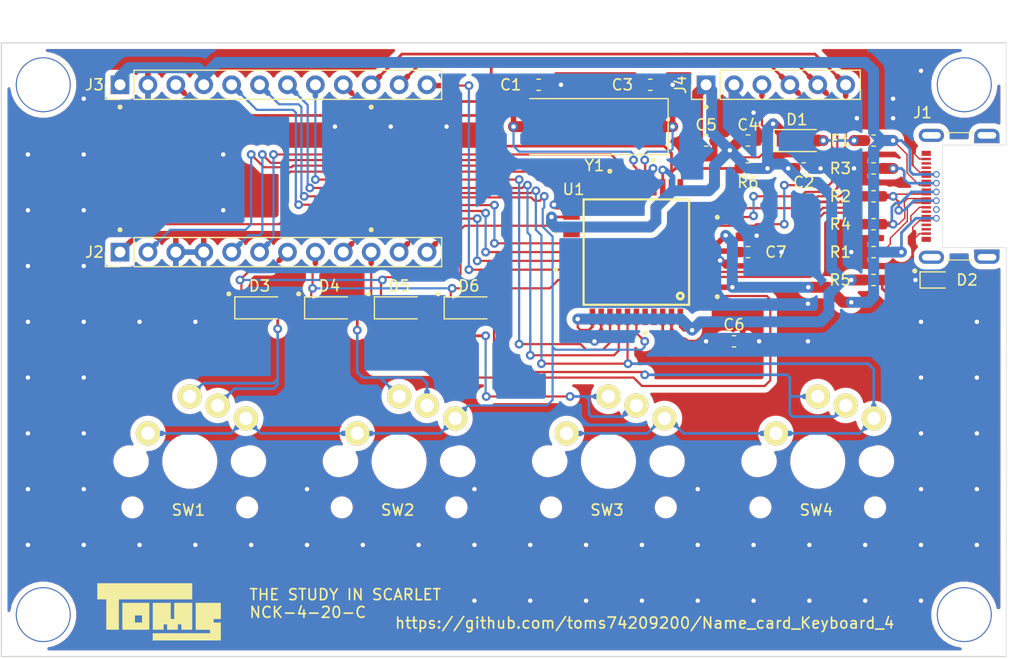
<source format=kicad_pcb>
(kicad_pcb (version 20171130) (host pcbnew "(5.1.6-0-10_14)")
  (layers (0 F.Cu signal) (31 B.Cu signal) (34 B.Paste user) (35 F.Paste user) (36 B.SilkS user) (37 F.SilkS user) (38 B.Mask user) (39 F.Mask user) (44 Edge.Cuts user))
  (net 0 "")
  (net 1 "Net-(C1-Pad1)")
  (net 2 GNDPWR)
  (net 3 +5V)
  (net 4 "Net-(C3-Pad1)")
  (net 5 "Net-(C6-Pad1)")
  (net 6 "Net-(C7-Pad1)")
  (net 7 "Net-(D1-Pad2)")
  (net 8 "Net-(D2-Pad2)")
  (net 9 "Net-(D3-Pad2)")
  (net 10 /D4)
  (net 11 "Net-(D4-Pad2)")
  (net 12 /D5)
  (net 13 "Net-(D5-Pad2)")
  (net 14 "Net-(D6-Pad2)")
  (net 15 VCC)
  (net 16 "Net-(J1-PadB5)")
  (net 17 "Net-(J1-PadA8)")
  (net 18 "Net-(J1-PadA6)")
  (net 19 "Net-(J1-PadA7)")
  (net 20 "Net-(J1-PadA5)")
  (net 21 "Net-(J1-PadB8)")
  (net 22 /D9)
  (net 23 /D8)
  (net 24 /D7)
  (net 25 /D6)
  (net 26 /D3)
  (net 27 /D2)
  (net 28 /RXL)
  (net 29 /TXO)
  (net 30 /RESET)
  (net 31 /A3)
  (net 32 /A2)
  (net 33 /A1)
  (net 34 /A0)
  (net 35 /SCK)
  (net 36 /MISO)
  (net 37 /MOSI)
  (net 38 /D10)
  (net 39 /D+)
  (net 40 /D-)
  (net 41 "Net-(U1-Pad41)")
  (net 42 "Net-(U1-Pad40)")
  (net 43 "Net-(U1-Pad33)")
  (net 44 "Net-(U1-Pad32)")
  (net 45 "Net-(U1-Pad26)")
  (net 46 "Net-(U1-Pad22)")
  (net 47 "Net-(U1-Pad12)")
  (net 48 "Net-(U1-Pad8)")
  (net 49 "Net-(J1-PadB2)")
  (net 50 "Net-(J1-PadB3)")
  (net 51 "Net-(J1-PadA11)")
  (net 52 "Net-(J1-PadA10)")
  (net 53 "Net-(J1-PadA3)")
  (net 54 "Net-(J1-PadA2)")
  (net 55 "Net-(J1-PadB10)")
  (net 56 "Net-(J1-PadB11)")
  (module keyboard_foostan:CherryMX_Choc_1u (layer F.Cu) (at 173.482 116.84)
    (fp_text reference SW4 hide)
    (fp_text value SW_Push hide)
    (pad "" np_thru_hole circle (at -5.22 4.2) (size 1 1) (drill 1) (layers *.Cu *.Mask))
    (pad "" np_thru_hole circle (at 5.22 4.2) (size 1 1) (drill 1) (layers *.Cu *.Mask))
    (pad "" np_thru_hole circle (at -5.08 0) (size 1.7 1.7) (drill 1.7) (layers *.Cu *.Mask))
    (pad "" np_thru_hole circle (at 5.08 0) (size 1.7 1.7) (drill 1.7) (layers *.Cu *.Mask))
    (pad 1 thru_hole circle (at -3.81 -2.54 50) (size 2.2 2.2) (drill 1.2) (layers *.Cu F.SilkS B.Mask) (net 32 /A2))
    (pad 2 thru_hole circle (at 2.54 -5.08) (size 2.2 2.2) (drill 1.2) (layers *.Cu F.SilkS B.Mask) (net 14 "Net-(D6-Pad2)"))
    (pad 2 thru_hole circle (at 0 -5.9 90) (size 2.2 2.2) (drill 1.2) (layers *.Cu F.SilkS B.Mask) (net 14 "Net-(D6-Pad2)"))
    (pad "" np_thru_hole circle (at 5.5 0 90) (size 1.9 1.9) (drill 1.9) (layers *.Cu *.Mask))
    (pad "" np_thru_hole circle (at -5.5 0 90) (size 1.9 1.9) (drill 1.9) (layers *.Cu *.Mask))
    (pad "" np_thru_hole circle (at 0 0 90) (size 4 4) (drill 4) (layers *.Cu *.Mask))
    (pad 1 thru_hole circle (at 5.1 -3.9 310) (size 2.2 2.2) (drill 1.2) (layers *.Cu F.SilkS B.Mask) (net 32 /A2))
  )
  (module library:qr_code (layer F.Cu) (at 112.776 90.17)
    (fp_text reference G*** hide)
    (fp_text value LOGO hide)
  )
  (module logo_silk:logo (layer F.Cu) (at 113.538 130.556)
    (fp_text reference G*** hide)
    (fp_text value LOGO hide)
  )
  (module keyboard_foostan:CherryMX_Choc_1u (layer F.Cu) (at 154.432 116.84)
    (fp_text reference SW3 hide)
    (fp_text value SW_Push hide)
    (pad "" np_thru_hole circle (at -5.22 4.2) (size 1 1) (drill 1) (layers *.Cu *.Mask))
    (pad "" np_thru_hole circle (at 5.22 4.2) (size 1 1) (drill 1) (layers *.Cu *.Mask))
    (pad "" np_thru_hole circle (at -5.08 0) (size 1.7 1.7) (drill 1.7) (layers *.Cu *.Mask))
    (pad "" np_thru_hole circle (at 5.08 0) (size 1.7 1.7) (drill 1.7) (layers *.Cu *.Mask))
    (pad 1 thru_hole circle (at -3.81 -2.54 50) (size 2.2 2.2) (drill 1.2) (layers *.Cu F.SilkS B.Mask) (net 32 /A2))
    (pad 2 thru_hole circle (at 2.54 -5.08) (size 2.2 2.2) (drill 1.2) (layers *.Cu F.SilkS B.Mask) (net 13 "Net-(D5-Pad2)"))
    (pad 2 thru_hole circle (at 0 -5.9 90) (size 2.2 2.2) (drill 1.2) (layers *.Cu F.SilkS B.Mask) (net 13 "Net-(D5-Pad2)"))
    (pad "" np_thru_hole circle (at 5.5 0 90) (size 1.9 1.9) (drill 1.9) (layers *.Cu *.Mask))
    (pad "" np_thru_hole circle (at -5.5 0 90) (size 1.9 1.9) (drill 1.9) (layers *.Cu *.Mask))
    (pad "" np_thru_hole circle (at 0 0 90) (size 4 4) (drill 4) (layers *.Cu *.Mask))
    (pad 1 thru_hole circle (at 5.1 -3.9 310) (size 2.2 2.2) (drill 1.2) (layers *.Cu F.SilkS B.Mask) (net 32 /A2))
  )
  (module Connector_PinHeader_2.54mm:PinHeader_1x12_P2.54mm_Vertical (layer F.Cu) (at 109.982 82.55 90)
    (fp_text reference J3 (at 0 -2.33) (layer F.SilkS))
    (fp_text value Conn_01x12_Female)
    (pad 12 thru_hole oval (at 0 27.94 90) (size 1.7 1.7) (drill 1) (layers *.Cu *.Mask) (net 38 /D10))
    (pad 11 thru_hole oval (at 0 25.4 90) (size 1.7 1.7) (drill 1) (layers *.Cu *.Mask) (net 37 /MOSI))
    (pad 10 thru_hole oval (at 0 22.86 90) (size 1.7 1.7) (drill 1) (layers *.Cu *.Mask) (net 36 /MISO))
    (pad 9 thru_hole oval (at 0 20.32 90) (size 1.7 1.7) (drill 1) (layers *.Cu *.Mask) (net 35 /SCK))
    (pad 8 thru_hole oval (at 0 17.78 90) (size 1.7 1.7) (drill 1) (layers *.Cu *.Mask) (net 34 /A0))
    (pad 7 thru_hole oval (at 0 15.24 90) (size 1.7 1.7) (drill 1) (layers *.Cu *.Mask) (net 33 /A1))
    (pad 6 thru_hole oval (at 0 12.7 90) (size 1.7 1.7) (drill 1) (layers *.Cu *.Mask) (net 32 /A2))
    (pad 5 thru_hole oval (at 0 10.16 90) (size 1.7 1.7) (drill 1) (layers *.Cu *.Mask) (net 31 /A3))
    (pad 4 thru_hole oval (at 0 7.62 90) (size 1.7 1.7) (drill 1) (layers *.Cu *.Mask) (net 15 VCC))
    (pad 3 thru_hole oval (at 0 5.08 90) (size 1.7 1.7) (drill 1) (layers *.Cu *.Mask) (net 30 /RESET))
    (pad 2 thru_hole oval (at 0 2.54 90) (size 1.7 1.7) (drill 1) (layers *.Cu *.Mask) (net 2 GNDPWR))
    (pad 1 thru_hole rect (at 0 0 90) (size 1.7 1.7) (drill 1) (layers *.Cu *.Mask) (net 15 VCC))
  )
  (module keyboard_foostan:CherryMX_Choc_1u (layer F.Cu) (at 135.382 116.84)
    (fp_text reference SW2 hide)
    (fp_text value SW_Push hide)
    (pad "" np_thru_hole circle (at -5.22 4.2) (size 1 1) (drill 1) (layers *.Cu *.Mask))
    (pad "" np_thru_hole circle (at 5.22 4.2) (size 1 1) (drill 1) (layers *.Cu *.Mask))
    (pad "" np_thru_hole circle (at -5.08 0) (size 1.7 1.7) (drill 1.7) (layers *.Cu *.Mask))
    (pad "" np_thru_hole circle (at 5.08 0) (size 1.7 1.7) (drill 1.7) (layers *.Cu *.Mask))
    (pad 1 thru_hole circle (at -3.81 -2.54 50) (size 2.2 2.2) (drill 1.2) (layers *.Cu F.SilkS B.Mask) (net 31 /A3))
    (pad 2 thru_hole circle (at 2.54 -5.08) (size 2.2 2.2) (drill 1.2) (layers *.Cu F.SilkS B.Mask) (net 11 "Net-(D4-Pad2)"))
    (pad 2 thru_hole circle (at 0 -5.9 90) (size 2.2 2.2) (drill 1.2) (layers *.Cu F.SilkS B.Mask) (net 11 "Net-(D4-Pad2)"))
    (pad "" np_thru_hole circle (at 5.5 0 90) (size 1.9 1.9) (drill 1.9) (layers *.Cu *.Mask))
    (pad "" np_thru_hole circle (at -5.5 0 90) (size 1.9 1.9) (drill 1.9) (layers *.Cu *.Mask))
    (pad "" np_thru_hole circle (at 0 0 90) (size 4 4) (drill 4) (layers *.Cu *.Mask))
    (pad 1 thru_hole circle (at 5.1 -3.9 310) (size 2.2 2.2) (drill 1.2) (layers *.Cu F.SilkS B.Mask) (net 31 /A3))
  )
  (module digikey-footprints:USB-C_Female_CX70M-24P1 (layer F.Cu) (at 184.277 92.71 90)
    (fp_text reference J1 (at 7.62 -1.27) (layer F.SilkS))
    (fp_text value USB_C_Receptacle hide)
    (pad SH smd rect (at 5.17 3.58 90) (size 0.65 0.26) (layers B.Cu B.Paste B.Mask))
    (pad SH smd rect (at 5.17 5.62 90) (size 0.65 0.26) (layers B.Cu B.Paste B.Mask))
    (pad SH smd rect (at 4.97 4.6 90) (size 0.25 2.3) (layers B.Cu B.Paste B.Mask))
    (pad SH smd rect (at -5.22 5.62 90) (size 0.65 0.26) (layers B.Cu B.Paste B.Mask))
    (pad SH smd rect (at -5.22 3.58 90) (size 0.65 0.26) (layers B.Cu B.Paste B.Mask))
    (pad SH smd rect (at -4.97 4.6 90) (size 0.25 2.3) (layers B.Cu B.Paste B.Mask))
    (pad SH smd rect (at -5.22 3.58 90) (size 0.65 0.26) (layers F.Cu F.Paste F.Mask))
    (pad SH smd rect (at -4.97 4.6 90) (size 0.25 2.3) (layers F.Cu F.Paste F.Mask))
    (pad SH thru_hole oval (at 5.55 4.6 90) (size 1.2 2.3) (drill oval 0.6 1.7) (layers *.Cu *.Mask))
    (pad SH thru_hole oval (at -5.55 4.6 90) (size 1.2 2.3) (drill oval 0.6 1.7) (layers *.Cu *.Mask))
    (pad SH thru_hole oval (at 5.55 -0.45 90) (size 1.2 2.3) (drill oval 0.6 1.7) (layers *.Cu *.Mask))
    (pad SH thru_hole oval (at -5.55 -0.45 90) (size 1.2 2.3) (drill oval 0.6 1.7) (layers *.Cu *.Mask))
    (pad "" smd rect (at 3.915 -0.925 90) (size 0.46 0.85) (layers F.Cu F.Paste F.Mask))
    (pad B1 smd rect (at 3.4 -0.925 90) (size 0.23 0.85) (layers F.Cu F.Paste F.Mask) (net 2 GNDPWR))
    (pad B2 smd rect (at 3 -0.925 90) (size 0.23 0.85) (layers F.Cu F.Paste F.Mask) (net 49 "Net-(J1-PadB2)"))
    (pad B3 smd rect (at 2.6 -0.925 90) (size 0.23 0.85) (layers F.Cu F.Paste F.Mask) (net 50 "Net-(J1-PadB3)"))
    (pad A12 smd rect (at 2.2 -0.925 90) (size 0.23 0.85) (layers F.Cu F.Paste F.Mask) (net 2 GNDPWR))
    (pad A11 smd rect (at 1.8 -0.925 90) (size 0.23 0.85) (layers F.Cu F.Paste F.Mask) (net 51 "Net-(J1-PadA11)"))
    (pad A10 smd rect (at 1.4 -0.925 90) (size 0.23 0.85) (layers F.Cu F.Paste F.Mask) (net 52 "Net-(J1-PadA10)"))
    (pad A9 smd rect (at 1 -0.925 90) (size 0.23 0.85) (layers F.Cu F.Paste F.Mask) (net 15 VCC))
    (pad A8 smd rect (at 0.6 -0.925 90) (size 0.23 0.85) (layers F.Cu F.Paste F.Mask) (net 17 "Net-(J1-PadA8)"))
    (pad A7 smd rect (at 0.2 -0.925 90) (size 0.23 0.85) (layers F.Cu F.Paste F.Mask) (net 19 "Net-(J1-PadA7)"))
    (pad A6 smd rect (at -0.2 -0.925 90) (size 0.23 0.85) (layers F.Cu F.Paste F.Mask) (net 18 "Net-(J1-PadA6)"))
    (pad A5 smd rect (at -0.6 -0.925 90) (size 0.23 0.85) (layers F.Cu F.Paste F.Mask) (net 20 "Net-(J1-PadA5)"))
    (pad A4 smd rect (at -1 -0.925 90) (size 0.23 0.85) (layers F.Cu F.Paste F.Mask) (net 15 VCC))
    (pad A3 smd rect (at -1.4 -0.925 90) (size 0.23 0.85) (layers F.Cu F.Paste F.Mask) (net 53 "Net-(J1-PadA3)"))
    (pad A2 smd rect (at -1.8 -0.925 90) (size 0.23 0.85) (layers F.Cu F.Paste F.Mask) (net 54 "Net-(J1-PadA2)"))
    (pad A1 smd rect (at -2.2 -0.925 90) (size 0.23 0.85) (layers F.Cu F.Paste F.Mask) (net 2 GNDPWR))
    (pad B10 smd rect (at -2.6 -0.925 90) (size 0.23 0.85) (layers F.Cu F.Paste F.Mask) (net 55 "Net-(J1-PadB10)"))
    (pad B11 smd rect (at -3 -0.925 90) (size 0.23 0.85) (layers F.Cu F.Paste F.Mask) (net 56 "Net-(J1-PadB11)"))
    (pad "" smd rect (at -3.915 -0.925 90) (size 0.46 0.85) (layers F.Cu F.Paste F.Mask))
    (pad B4 thru_hole circle (at 2 0 90) (size 0.6 0.6) (drill 0.4) (layers *.Cu *.Mask) (net 15 VCC))
    (pad B5 thru_hole circle (at 1.2 0 90) (size 0.6 0.6) (drill 0.4) (layers *.Cu *.Mask) (net 16 "Net-(J1-PadB5)"))
    (pad B6 thru_hole circle (at 0.4 0 90) (size 0.6 0.6) (drill 0.4) (layers *.Cu *.Mask) (net 18 "Net-(J1-PadA6)"))
    (pad B7 thru_hole circle (at -0.4 0 90) (size 0.6 0.6) (drill 0.4) (layers *.Cu *.Mask) (net 19 "Net-(J1-PadA7)"))
    (pad B8 thru_hole circle (at -1.2 0 90) (size 0.6 0.6) (drill 0.4) (layers *.Cu *.Mask) (net 21 "Net-(J1-PadB8)"))
    (pad B9 thru_hole circle (at -2 0 90) (size 0.6 0.6) (drill 0.4) (layers *.Cu *.Mask) (net 15 VCC))
    (pad B12 smd rect (at -3.4 -0.925 90) (size 0.23 0.85) (layers F.Cu F.Paste F.Mask) (net 2 GNDPWR))
    (pad SH smd rect (at -5.22 5.62 90) (size 0.65 0.26) (layers F.Cu F.Paste F.Mask))
    (pad SH smd rect (at 4.97 4.6 90) (size 0.25 2.3) (layers F.Cu F.Paste F.Mask))
    (pad SH smd rect (at 5.17 3.58 90) (size 0.65 0.26) (layers F.Cu F.Paste F.Mask))
    (pad SH smd rect (at 5.17 5.62 90) (size 0.65 0.26) (layers F.Cu F.Paste F.Mask))
  )
  (module Resistor_SMD:R_0603_1608Metric (layer F.Cu) (at 178.562 95.25)
    (fp_text reference R4 (at -3.0225 0) (layer F.SilkS))
    (fp_text value 22)
    (pad 2 smd roundrect (at 0.7875 0) (size 0.875 0.95) (layers F.Cu F.Paste F.Mask) (net 18 "Net-(J1-PadA6)"))
    (pad 1 smd roundrect (at -0.7875 0) (size 0.875 0.95) (layers F.Cu F.Paste F.Mask) (net 40 /D-))
  )
  (module Resistor_SMD:R_0603_1608Metric (layer F.Cu) (at 178.562 92.71)
    (fp_text reference R2 (at -3.0225 0) (layer F.SilkS))
    (fp_text value 22)
    (pad 2 smd roundrect (at 0.7875 0) (size 0.875 0.95) (layers F.Cu F.Paste F.Mask) (net 19 "Net-(J1-PadA7)"))
    (pad 1 smd roundrect (at -0.7875 0) (size 0.875 0.95) (layers F.Cu F.Paste F.Mask) (net 39 /D+))
  )
  (module keyboard_foostan:HOLE (layer F.Cu) (at 102.997 130.81)
    (fp_text reference Ref**)
    (fp_text value Val**)
    (pad "" np_thru_hole circle (at 0 0) (size 5 5) (drill 4.8) (layers *.Cu *.Mask))
  )
  (module keyboard_foostan:HOLE (layer F.Cu) (at 102.997 82.55)
    (fp_text reference Ref**)
    (fp_text value Val**)
    (pad "" np_thru_hole circle (at 0 0) (size 5 5) (drill 4.8) (layers *.Cu *.Mask))
  )
  (module keyboard_foostan:HOLE (layer F.Cu) (at 186.817 130.81)
    (fp_text reference Ref**)
    (fp_text value Val**)
    (pad "" np_thru_hole circle (at 0 0) (size 5 5) (drill 4.8) (layers *.Cu *.Mask))
  )
  (module keyboard_foostan:HOLE (layer F.Cu) (at 186.817 82.55)
    (fp_text reference Ref**)
    (fp_text value Val**)
    (pad "" np_thru_hole circle (at 0 0) (size 5 5) (drill 4.8) (layers *.Cu *.Mask))
  )
  (module Keebio-Parts:ATMEGA32U4-AU (layer F.Cu) (at 156.972 97.79 180)
    (fp_text reference U1 (at 5.715 5.715) (layer F.SilkS))
    (fp_text value ATmega32U4-AU)
    (pad 44 smd rect (at -4 -5.9 180) (size 0.5 1.5) (layers F.Cu F.Paste F.Mask) (net 3 +5V))
    (pad 43 smd rect (at -3.2 -5.9 180) (size 0.5 1.5) (layers F.Cu F.Paste F.Mask) (net 2 GNDPWR))
    (pad 42 smd rect (at -2.4 -5.9 180) (size 0.5 1.5) (layers F.Cu F.Paste F.Mask) (net 5 "Net-(C6-Pad1)"))
    (pad 41 smd rect (at -1.6 -5.9 180) (size 0.5 1.5) (layers F.Cu F.Paste F.Mask) (net 41 "Net-(U1-Pad41)"))
    (pad 40 smd rect (at -0.8 -5.9 180) (size 0.5 1.5) (layers F.Cu F.Paste F.Mask) (net 42 "Net-(U1-Pad40)"))
    (pad 39 smd rect (at 0 -5.9 180) (size 0.5 1.5) (layers F.Cu F.Paste F.Mask) (net 31 /A3))
    (pad 38 smd rect (at 0.8 -5.9 180) (size 0.5 1.5) (layers F.Cu F.Paste F.Mask) (net 32 /A2))
    (pad 37 smd rect (at 1.6 -5.9 180) (size 0.5 1.5) (layers F.Cu F.Paste F.Mask) (net 33 /A1))
    (pad 36 smd rect (at 2.4 -5.9 180) (size 0.5 1.5) (layers F.Cu F.Paste F.Mask) (net 34 /A0))
    (pad 35 smd rect (at 3.2 -5.9 180) (size 0.5 1.5) (layers F.Cu F.Paste F.Mask) (net 2 GNDPWR))
    (pad 34 smd rect (at 4 -5.9 180) (size 0.5 1.5) (layers F.Cu F.Paste F.Mask) (net 3 +5V))
    (pad 33 smd rect (at 5.9 -4 180) (size 1.5 0.5) (layers F.Cu F.Paste F.Mask) (net 43 "Net-(U1-Pad33)"))
    (pad 32 smd rect (at 5.9 -3.2 180) (size 1.5 0.5) (layers F.Cu F.Paste F.Mask) (net 44 "Net-(U1-Pad32)"))
    (pad 31 smd rect (at 5.9 -2.4 180) (size 1.5 0.5) (layers F.Cu F.Paste F.Mask) (net 12 /D5))
    (pad 30 smd rect (at 5.9 -1.6 180) (size 1.5 0.5) (layers F.Cu F.Paste F.Mask) (net 38 /D10))
    (pad 29 smd rect (at 5.9 -0.8 180) (size 1.5 0.5) (layers F.Cu F.Paste F.Mask) (net 22 /D9))
    (pad 28 smd rect (at 5.9 0 180) (size 1.5 0.5) (layers F.Cu F.Paste F.Mask) (net 23 /D8))
    (pad 27 smd rect (at 5.9 0.8 180) (size 1.5 0.5) (layers F.Cu F.Paste F.Mask) (net 25 /D6))
    (pad 26 smd rect (at 5.9 1.6 180) (size 1.5 0.5) (layers F.Cu F.Paste F.Mask) (net 45 "Net-(U1-Pad26)"))
    (pad 25 smd rect (at 5.9 2.4 180) (size 1.5 0.5) (layers F.Cu F.Paste F.Mask) (net 10 /D4))
    (pad 24 smd rect (at 5.9 3.2 180) (size 1.5 0.5) (layers F.Cu F.Paste F.Mask) (net 3 +5V))
    (pad 23 smd rect (at 5.9 4 180) (size 1.5 0.5) (layers F.Cu F.Paste F.Mask) (net 2 GNDPWR))
    (pad 22 smd rect (at 4 5.9 180) (size 0.5 1.5) (layers F.Cu F.Paste F.Mask) (net 46 "Net-(U1-Pad22)"))
    (pad 21 smd rect (at 3.2 5.9 180) (size 0.5 1.5) (layers F.Cu F.Paste F.Mask) (net 29 /TXO))
    (pad 20 smd rect (at 2.4 5.9 180) (size 0.5 1.5) (layers F.Cu F.Paste F.Mask) (net 28 /RXL))
    (pad 19 smd rect (at 1.6 5.9 180) (size 0.5 1.5) (layers F.Cu F.Paste F.Mask) (net 27 /D2))
    (pad 18 smd rect (at 0.8 5.9 180) (size 0.5 1.5) (layers F.Cu F.Paste F.Mask) (net 26 /D3))
    (pad 17 smd rect (at 0 5.9 180) (size 0.5 1.5) (layers F.Cu F.Paste F.Mask) (net 1 "Net-(C1-Pad1)"))
    (pad 16 smd rect (at -0.8 5.9 180) (size 0.5 1.5) (layers F.Cu F.Paste F.Mask) (net 4 "Net-(C3-Pad1)"))
    (pad 15 smd rect (at -1.6 5.9 180) (size 0.5 1.5) (layers F.Cu F.Paste F.Mask) (net 2 GNDPWR))
    (pad 14 smd rect (at -2.4 5.9 180) (size 0.5 1.5) (layers F.Cu F.Paste F.Mask) (net 3 +5V))
    (pad 13 smd rect (at -3.2 5.9 180) (size 0.5 1.5) (layers F.Cu F.Paste F.Mask) (net 30 /RESET))
    (pad 12 smd rect (at -4 5.9 180) (size 0.5 1.5) (layers F.Cu F.Paste F.Mask) (net 47 "Net-(U1-Pad12)"))
    (pad 11 smd rect (at -5.9 4 180) (size 1.5 0.5) (layers F.Cu F.Paste F.Mask) (net 36 /MISO))
    (pad 10 smd rect (at -5.9 3.2 180) (size 1.5 0.5) (layers F.Cu F.Paste F.Mask) (net 37 /MOSI))
    (pad 9 smd rect (at -5.9 2.4 180) (size 1.5 0.5) (layers F.Cu F.Paste F.Mask) (net 35 /SCK))
    (pad 8 smd rect (at -5.9 1.6 180) (size 1.5 0.5) (layers F.Cu F.Paste F.Mask) (net 48 "Net-(U1-Pad8)"))
    (pad 7 smd rect (at -5.9 0.8 180) (size 1.5 0.5) (layers F.Cu F.Paste F.Mask) (net 15 VCC))
    (pad 6 smd rect (at -5.9 0 180) (size 1.5 0.5) (layers F.Cu F.Paste F.Mask) (net 6 "Net-(C7-Pad1)"))
    (pad 5 smd rect (at -5.9 -0.8 180) (size 1.5 0.5) (layers F.Cu F.Paste F.Mask) (net 2 GNDPWR))
    (pad 4 smd rect (at -5.9 -1.6 180) (size 1.5 0.5) (layers F.Cu F.Paste F.Mask) (net 39 /D+))
    (pad 3 smd rect (at -5.9 -2.4 180) (size 1.5 0.5) (layers F.Cu F.Paste F.Mask) (net 40 /D-))
    (pad 2 smd rect (at -5.9 -3.2 180) (size 1.5 0.5) (layers F.Cu F.Paste F.Mask) (net 15 VCC))
    (pad 1 smd rect (at -5.9 -4 180) (size 1.5 0.5) (layers F.Cu F.Paste F.Mask) (net 24 /D7))
  )
  (module Capacitor_SMD:C_0603_1608Metric (layer F.Cu) (at 148.082 82.55)
    (fp_text reference C1 (at -2.54 0) (layer F.SilkS))
    (fp_text value 22p)
    (pad 2 smd roundrect (at 0.7875 0) (size 0.875 0.95) (layers F.Cu F.Paste F.Mask) (net 2 GNDPWR))
    (pad 1 smd roundrect (at -0.7875 0) (size 0.875 0.95) (layers F.Cu F.Paste F.Mask) (net 1 "Net-(C1-Pad1)"))
  )
  (module Capacitor_SMD:C_0603_1608Metric (layer F.Cu) (at 172.212 90.17)
    (fp_text reference C2 (at 0 1.27) (layer F.SilkS))
    (fp_text value 10u)
    (pad 2 smd roundrect (at 0.7875 0) (size 0.875 0.95) (layers F.Cu F.Paste F.Mask) (net 2 GNDPWR))
    (pad 1 smd roundrect (at -0.7875 0) (size 0.875 0.95) (layers F.Cu F.Paste F.Mask) (net 3 +5V))
  )
  (module Capacitor_SMD:C_0603_1608Metric (layer F.Cu) (at 158.242 82.55)
    (fp_text reference C3 (at -2.54 0) (layer F.SilkS))
    (fp_text value 22p)
    (pad 2 smd roundrect (at 0.7875 0) (size 0.875 0.95) (layers F.Cu F.Paste F.Mask) (net 2 GNDPWR))
    (pad 1 smd roundrect (at -0.7875 0) (size 0.875 0.95) (layers F.Cu F.Paste F.Mask) (net 4 "Net-(C3-Pad1)"))
  )
  (module Capacitor_SMD:C_0603_1608Metric (layer F.Cu) (at 167.132 87.63)
    (fp_text reference C4 (at 0 -1.43) (layer F.SilkS))
    (fp_text value 1u)
    (pad 2 smd roundrect (at 0.7875 0) (size 0.875 0.95) (layers F.Cu F.Paste F.Mask) (net 2 GNDPWR))
    (pad 1 smd roundrect (at -0.7875 0) (size 0.875 0.95) (layers F.Cu F.Paste F.Mask) (net 3 +5V))
  )
  (module Capacitor_SMD:C_0603_1608Metric (layer F.Cu) (at 163.322 87.63)
    (fp_text reference C5 (at 0 -1.43) (layer F.SilkS))
    (fp_text value 0.1u)
    (pad 2 smd roundrect (at 0.7875 0) (size 0.875 0.95) (layers F.Cu F.Paste F.Mask) (net 2 GNDPWR))
    (pad 1 smd roundrect (at -0.7875 0) (size 0.875 0.95) (layers F.Cu F.Paste F.Mask) (net 3 +5V))
  )
  (module Capacitor_SMD:C_0603_1608Metric (layer F.Cu) (at 165.862 105.918)
    (fp_text reference C6 (at 0 -1.524) (layer F.SilkS))
    (fp_text value 0.1u)
    (pad 2 smd roundrect (at 0.7875 0) (size 0.875 0.95) (layers F.Cu F.Paste F.Mask) (net 2 GNDPWR))
    (pad 1 smd roundrect (at -0.7875 0) (size 0.875 0.95) (layers F.Cu F.Paste F.Mask) (net 5 "Net-(C6-Pad1)"))
  )
  (module Capacitor_SMD:C_0603_1608Metric (layer F.Cu) (at 167.132 97.79)
    (fp_text reference C7 (at 2.54 0) (layer F.SilkS))
    (fp_text value 1u)
    (pad 2 smd roundrect (at 0.7875 0) (size 0.875 0.95) (layers F.Cu F.Paste F.Mask) (net 2 GNDPWR))
    (pad 1 smd roundrect (at -0.7875 0) (size 0.875 0.95) (layers F.Cu F.Paste F.Mask) (net 6 "Net-(C7-Pad1)"))
  )
  (module Diode_SMD:D_SOD-123F (layer F.Cu) (at 171.704 87.63)
    (fp_text reference D1 (at -0.127 -1.905) (layer F.SilkS))
    (fp_text value RB161MM-20)
    (pad 2 smd rect (at 1.4 0) (size 1.1 1.1) (layers F.Cu F.Paste F.Mask) (net 7 "Net-(D1-Pad2)"))
    (pad 1 smd rect (at -1.4 0) (size 1.1 1.1) (layers F.Cu F.Paste F.Mask) (net 3 +5V))
  )
  (module LED_SMD:LED_0603_1608Metric (layer F.Cu) (at 184.277 100.33)
    (fp_text reference D2 (at 2.794 0) (layer F.SilkS))
    (fp_text value SMLE13WBC8W1)
    (pad 1 smd roundrect (at -0.7875 0) (size 0.875 0.95) (layers F.Cu F.Paste F.Mask) (net 2 GNDPWR))
    (pad 2 smd roundrect (at 0.7875 0) (size 0.875 0.95) (layers F.Cu F.Paste F.Mask) (net 8 "Net-(D2-Pad2)"))
  )
  (module Diode_SMD:D_SOD-123 (layer F.Cu) (at 122.682 102.87)
    (fp_text reference D3 (at 0 -2) (layer F.SilkS))
    (fp_text value 1N4148W)
    (pad 2 smd rect (at 1.65 0) (size 0.9 1.2) (layers F.Cu F.Paste F.Mask) (net 9 "Net-(D3-Pad2)"))
    (pad 1 smd rect (at -1.65 0) (size 0.9 1.2) (layers F.Cu F.Paste F.Mask) (net 10 /D4))
  )
  (module Diode_SMD:D_SOD-123 (layer F.Cu) (at 129.032 102.87)
    (fp_text reference D4 (at 0 -2) (layer F.SilkS))
    (fp_text value 1N4148W)
    (pad 2 smd rect (at 1.65 0) (size 0.9 1.2) (layers F.Cu F.Paste F.Mask) (net 11 "Net-(D4-Pad2)"))
    (pad 1 smd rect (at -1.65 0) (size 0.9 1.2) (layers F.Cu F.Paste F.Mask) (net 12 /D5))
  )
  (module Diode_SMD:D_SOD-123 (layer F.Cu) (at 135.382 102.87)
    (fp_text reference D5 (at 0 -2) (layer F.SilkS))
    (fp_text value 1N4148W)
    (pad 2 smd rect (at 1.65 0) (size 0.9 1.2) (layers F.Cu F.Paste F.Mask) (net 13 "Net-(D5-Pad2)"))
    (pad 1 smd rect (at -1.65 0) (size 0.9 1.2) (layers F.Cu F.Paste F.Mask) (net 10 /D4))
  )
  (module Diode_SMD:D_SOD-123 (layer F.Cu) (at 141.732 102.87)
    (fp_text reference D6 (at 0 -2) (layer F.SilkS))
    (fp_text value 1N4148W)
    (pad 2 smd rect (at 1.65 0) (size 0.9 1.2) (layers F.Cu F.Paste F.Mask) (net 14 "Net-(D6-Pad2)"))
    (pad 1 smd rect (at -1.65 0) (size 0.9 1.2) (layers F.Cu F.Paste F.Mask) (net 12 /D5))
  )
  (module Fuse:Fuse_0603_1608Metric (layer F.Cu) (at 178.562 87.63)
    (fp_text reference F1 (at -3.0225 0) (layer F.SilkS))
    (fp_text value "5A 13.2V 1608")
    (pad 2 smd roundrect (at 0.7875 0) (size 0.875 0.95) (layers F.Cu F.Paste F.Mask) (net 15 VCC))
    (pad 1 smd roundrect (at -0.7875 0) (size 0.875 0.95) (layers F.Cu F.Paste F.Mask) (net 7 "Net-(D1-Pad2)"))
  )
  (module Connector_PinHeader_2.54mm:PinHeader_1x12_P2.54mm_Vertical (layer F.Cu) (at 109.982 97.79 90)
    (fp_text reference J2 (at 0 -2.33) (layer F.SilkS))
    (fp_text value Conn_01x12_Female)
    (pad 12 thru_hole oval (at 0 27.94 90) (size 1.7 1.7) (drill 1) (layers *.Cu *.Mask) (net 22 /D9))
    (pad 11 thru_hole oval (at 0 25.4 90) (size 1.7 1.7) (drill 1) (layers *.Cu *.Mask) (net 23 /D8))
    (pad 10 thru_hole oval (at 0 22.86 90) (size 1.7 1.7) (drill 1) (layers *.Cu *.Mask) (net 24 /D7))
    (pad 9 thru_hole oval (at 0 20.32 90) (size 1.7 1.7) (drill 1) (layers *.Cu *.Mask) (net 25 /D6))
    (pad 8 thru_hole oval (at 0 17.78 90) (size 1.7 1.7) (drill 1) (layers *.Cu *.Mask) (net 12 /D5))
    (pad 7 thru_hole oval (at 0 15.24 90) (size 1.7 1.7) (drill 1) (layers *.Cu *.Mask) (net 10 /D4))
    (pad 6 thru_hole oval (at 0 12.7 90) (size 1.7 1.7) (drill 1) (layers *.Cu *.Mask) (net 26 /D3))
    (pad 5 thru_hole oval (at 0 10.16 90) (size 1.7 1.7) (drill 1) (layers *.Cu *.Mask) (net 27 /D2))
    (pad 4 thru_hole oval (at 0 7.62 90) (size 1.7 1.7) (drill 1) (layers *.Cu *.Mask) (net 2 GNDPWR))
    (pad 3 thru_hole oval (at 0 5.08 90) (size 1.7 1.7) (drill 1) (layers *.Cu *.Mask) (net 2 GNDPWR))
    (pad 2 thru_hole oval (at 0 2.54 90) (size 1.7 1.7) (drill 1) (layers *.Cu *.Mask) (net 28 /RXL))
    (pad 1 thru_hole rect (at 0 0 90) (size 1.7 1.7) (drill 1) (layers *.Cu *.Mask) (net 29 /TXO))
  )
  (module Connector_PinHeader_2.54mm:PinHeader_1x06_P2.54mm_Vertical (layer F.Cu) (at 163.322 82.55 90)
    (fp_text reference J4 (at 0 -2.33 90) (layer F.SilkS))
    (fp_text value Conn_01x06_Female)
    (pad 6 thru_hole oval (at 0 12.7 90) (size 1.7 1.7) (drill 1) (layers *.Cu *.Mask) (net 36 /MISO))
    (pad 5 thru_hole oval (at 0 10.16 90) (size 1.7 1.7) (drill 1) (layers *.Cu *.Mask) (net 37 /MOSI))
    (pad 4 thru_hole oval (at 0 7.62 90) (size 1.7 1.7) (drill 1) (layers *.Cu *.Mask) (net 35 /SCK))
    (pad 3 thru_hole oval (at 0 5.08 90) (size 1.7 1.7) (drill 1) (layers *.Cu *.Mask) (net 30 /RESET))
    (pad 2 thru_hole oval (at 0 2.54 90) (size 1.7 1.7) (drill 1) (layers *.Cu *.Mask) (net 2 GNDPWR))
    (pad 1 thru_hole rect (at 0 0 90) (size 1.7 1.7) (drill 1) (layers *.Cu *.Mask) (net 3 +5V))
  )
  (module Resistor_SMD:R_0603_1608Metric (layer F.Cu) (at 178.562 97.79)
    (fp_text reference R1 (at -3.0225 0) (layer F.SilkS))
    (fp_text value 22)
    (pad 2 smd roundrect (at 0.7875 0) (size 0.875 0.95) (layers F.Cu F.Paste F.Mask) (net 20 "Net-(J1-PadA5)"))
    (pad 1 smd roundrect (at -0.7875 0) (size 0.875 0.95) (layers F.Cu F.Paste F.Mask) (net 2 GNDPWR))
  )
  (module Resistor_SMD:R_0603_1608Metric (layer F.Cu) (at 178.562 90.17)
    (fp_text reference R3 (at -3.0225 0) (layer F.SilkS))
    (fp_text value 22)
    (pad 2 smd roundrect (at 0.7875 0) (size 0.875 0.95) (layers F.Cu F.Paste F.Mask) (net 16 "Net-(J1-PadB5)"))
    (pad 1 smd roundrect (at -0.7875 0) (size 0.875 0.95) (layers F.Cu F.Paste F.Mask) (net 2 GNDPWR))
  )
  (module Resistor_SMD:R_0603_1608Metric (layer F.Cu) (at 178.562 100.33)
    (fp_text reference R5 (at -3.048 0) (layer F.SilkS))
    (fp_text value 1k)
    (pad 2 smd roundrect (at 0.7875 0) (size 0.875 0.95) (layers F.Cu F.Paste F.Mask) (net 8 "Net-(D2-Pad2)"))
    (pad 1 smd roundrect (at -0.7875 0) (size 0.875 0.95) (layers F.Cu F.Paste F.Mask) (net 3 +5V))
  )
  (module Resistor_SMD:R_0603_1608Metric (layer F.Cu) (at 167.132 90.17)
    (fp_text reference R6 (at 0 1.27) (layer F.SilkS))
    (fp_text value 10k)
    (pad 2 smd roundrect (at 0.7875 0) (size 0.875 0.95) (layers F.Cu F.Paste F.Mask) (net 3 +5V))
    (pad 1 smd roundrect (at -0.7875 0) (size 0.875 0.95) (layers F.Cu F.Paste F.Mask) (net 30 /RESET))
  )
  (module keyboard_foostan:CherryMX_Choc_1u (layer F.Cu) (at 116.332 116.84)
    (fp_text reference SW1 hide)
    (fp_text value SW_Push hide)
    (pad "" np_thru_hole circle (at -5.22 4.2) (size 1 1) (drill 1) (layers *.Cu *.Mask))
    (pad "" np_thru_hole circle (at 5.22 4.2) (size 1 1) (drill 1) (layers *.Cu *.Mask))
    (pad "" np_thru_hole circle (at -5.08 0) (size 1.7 1.7) (drill 1.7) (layers *.Cu *.Mask))
    (pad "" np_thru_hole circle (at 5.08 0) (size 1.7 1.7) (drill 1.7) (layers *.Cu *.Mask))
    (pad 1 thru_hole circle (at -3.81 -2.54 50) (size 2.2 2.2) (drill 1.2) (layers *.Cu F.SilkS B.Mask) (net 31 /A3))
    (pad 2 thru_hole circle (at 2.54 -5.08) (size 2.2 2.2) (drill 1.2) (layers *.Cu F.SilkS B.Mask) (net 9 "Net-(D3-Pad2)"))
    (pad 2 thru_hole circle (at 0 -5.9 90) (size 2.2 2.2) (drill 1.2) (layers *.Cu F.SilkS B.Mask) (net 9 "Net-(D3-Pad2)"))
    (pad "" np_thru_hole circle (at 5.5 0 90) (size 1.9 1.9) (drill 1.9) (layers *.Cu *.Mask))
    (pad "" np_thru_hole circle (at -5.5 0 90) (size 1.9 1.9) (drill 1.9) (layers *.Cu *.Mask))
    (pad "" np_thru_hole circle (at 0 0 90) (size 4 4) (drill 4) (layers *.Cu *.Mask))
    (pad 1 thru_hole circle (at 5.1 -3.9 310) (size 2.2 2.2) (drill 1.2) (layers *.Cu F.SilkS B.Mask) (net 31 /A3))
  )
  (module Crystal:Crystal_SMD_HC49-SD (layer F.Cu) (at 153.162 86.36 180)
    (fp_text reference Y1 (at 0 -3.55) (layer F.SilkS))
    (fp_text value 16MHz)
    (pad 2 smd rect (at 4.25 0 180) (size 4.5 2) (layers F.Cu F.Paste F.Mask) (net 1 "Net-(C1-Pad1)"))
    (pad 1 smd rect (at -4.25 0 180) (size 4.5 2) (layers F.Cu F.Paste F.Mask) (net 4 "Net-(C3-Pad1)"))
  )
  (gr_circle (center 163.322 84.582) (end 163.449 84.582) (layer F.SilkS) (width 0.2))
  (gr_circle (center 132.842 95.758) (end 132.969 95.758) (layer F.SilkS) (width 0.2))
  (gr_circle (center 109.982 95.758) (end 110.109 95.758) (layer F.SilkS) (width 0.2))
  (gr_circle (center 132.842 84.582) (end 132.969 84.582) (layer F.SilkS) (width 0.2))
  (gr_circle (center 109.982 84.582) (end 110.109 84.582) (layer F.SilkS) (width 0.2))
  (gr_circle (center 138.938 101.6) (end 139.065 101.6) (layer F.SilkS) (width 0.2))
  (gr_circle (center 132.588 101.6) (end 132.715 101.6) (layer F.SilkS) (width 0.2))
  (gr_circle (center 126.238 101.6) (end 126.365 101.6) (layer F.SilkS) (width 0.2))
  (gr_circle (center 119.888 101.6) (end 120.015 101.6) (layer F.SilkS) (width 0.2))
  (gr_circle (center 182.3085 99.5045) (end 182.4355 99.5045) (layer F.SilkS) (width 0.2))
  (gr_circle (center 157.7975 105.156) (end 157.9245 105.156) (layer F.SilkS) (width 0.2))
  (gr_circle (center 149.606 99.3775) (end 149.733 99.3775) (layer F.SilkS) (width 0.2))
  (gr_circle (center 154.559 90.424) (end 154.686 90.424) (layer F.SilkS) (width 0.2))
  (gr_circle (center 158.496 89.408) (end 158.623 89.408) (layer F.SilkS) (width 0.2))
  (gr_circle (center 164.338 94.615) (end 164.465 94.615) (layer F.SilkS) (width 0.2))
  (gr_text "SW4\n" (at 173.355 121.285) (layer F.SilkS) (effects (font (size 1 1))))
  (gr_text SW3 (at 154.305 121.285) (layer F.SilkS) (effects (font (size 1 1))))
  (gr_text "SW2\n" (at 135.255 121.285) (layer F.SilkS) (effects (font (size 1 1))))
  (gr_text SW1 (at 116.205 121.285) (layer F.SilkS) (effects (font (size 1 1))))
  (gr_line (start 190.627 134.62) (end 190.64 97.38) (layer Edge.Cuts) (width 0.05))
  (gr_text https://github.com/toms74209200/Name_card_Keyboard_4 (at 157.734 131.572) (layer F.SilkS) (effects (font (size 1 1))))
  (gr_text "THE STUDY IN SCARLET\nNCK-4-20-C" (at 121.666 129.794) (layer F.SilkS) (effects (font (size 1 1)) (justify left)))
  (gr_circle (center 164.338 101.854) (end 164.465 101.854) (layer F.SilkS) (width 0.2))
  (gr_line (start 190.627 78.74) (end 190.627 88.04) (layer Edge.Cuts) (width 0.05))
  (gr_line (start 184.83 97.38) (end 190.64 97.38) (layer Edge.Cuts) (width 0.05))
  (gr_line (start 184.83 88.04) (end 184.83 97.38) (layer Edge.Cuts) (width 0.05))
  (gr_line (start 190.63 88.04) (end 184.83 88.04) (layer Edge.Cuts) (width 0.05))
  (gr_line (start 99.187 78.74) (end 190.627 78.74) (layer Edge.Cuts) (width 0.1))
  (gr_line (start 99.187 134.62) (end 99.187 78.74) (layer Edge.Cuts) (width 0.1))
  (gr_line (start 190.627 134.62) (end 99.187 134.62) (layer Edge.Cuts) (width 0.1))
  (segment (start 148.912 86.36) (end 145.796 86.36) (width 1) (layer F.Cu) (net 1))
  (segment (start 145.796 86.36) (end 145.796 86.36) (width 1) (layer F.Cu) (net 1))
  (via (at 145.796 86.36) (size 0.8) (drill 0.4) (layers F.Cu B.Cu) (net 1))
  (via (at 156.718 89.408) (size 0.8) (drill 0.4) (layers F.Cu B.Cu) (net 1))
  (segment (start 145.796 82.804) (end 145.796 86.36) (width 0.5) (layer F.Cu) (net 1))
  (segment (start 146.05 82.55) (end 145.796 82.804) (width 0.5) (layer F.Cu) (net 1))
  (segment (start 147.2945 82.55) (end 146.05 82.55) (width 0.5) (layer F.Cu) (net 1))
  (segment (start 145.796 88.138) (end 146.304 88.646) (width 0.2) (layer B.Cu) (net 1))
  (segment (start 145.796 86.36) (end 145.796 88.138) (width 0.2) (layer B.Cu) (net 1))
  (segment (start 156.972 91.89) (end 156.972 90.17) (width 0.2) (layer F.Cu) (net 1))
  (segment (start 156.972 90.17) (end 156.718 89.916) (width 0.2) (layer F.Cu) (net 1))
  (segment (start 156.718 89.916) (end 156.718 89.408) (width 0.2) (layer F.Cu) (net 1))
  (segment (start 156.718 89.408) (end 156.718 88.9) (width 0.2) (layer B.Cu) (net 1))
  (segment (start 156.718 88.9) (end 156.464 88.646) (width 0.2) (layer B.Cu) (net 1))
  (segment (start 156.464 88.646) (end 146.304 88.646) (width 0.2) (layer B.Cu) (net 1))
  (via (at 182.88 81.28) (size 0.8) (drill 0.4) (layers F.Cu B.Cu) (net 2))
  (via (at 180.34 83.82) (size 0.8) (drill 0.4) (layers F.Cu B.Cu) (net 2))
  (via (at 187.96 104.14) (size 0.8) (drill 0.4) (layers F.Cu B.Cu) (net 2))
  (via (at 187.96 109.22) (size 0.8) (drill 0.4) (layers F.Cu B.Cu) (net 2))
  (via (at 187.96 114.3) (size 0.8) (drill 0.4) (layers F.Cu B.Cu) (net 2))
  (via (at 187.96 119.38) (size 0.8) (drill 0.4) (layers F.Cu B.Cu) (net 2))
  (via (at 187.96 124.46) (size 0.8) (drill 0.4) (layers F.Cu B.Cu) (net 2))
  (via (at 182.88 124.46) (size 0.8) (drill 0.4) (layers F.Cu B.Cu) (net 2))
  (via (at 182.88 119.38) (size 0.8) (drill 0.4) (layers F.Cu B.Cu) (net 2))
  (via (at 182.88 114.3) (size 0.8) (drill 0.4) (layers F.Cu B.Cu) (net 2))
  (via (at 182.88 109.22) (size 0.8) (drill 0.4) (layers F.Cu B.Cu) (net 2))
  (via (at 182.88 104.14) (size 0.8) (drill 0.4) (layers F.Cu B.Cu) (net 2))
  (via (at 182.88 129.54) (size 0.8) (drill 0.4) (layers F.Cu B.Cu) (net 2))
  (via (at 177.8 129.54) (size 0.8) (drill 0.4) (layers F.Cu B.Cu) (net 2))
  (via (at 177.8 124.46) (size 0.8) (drill 0.4) (layers F.Cu B.Cu) (net 2))
  (via (at 172.72 124.46) (size 0.8) (drill 0.4) (layers F.Cu B.Cu) (net 2))
  (via (at 172.72 129.54) (size 0.8) (drill 0.4) (layers F.Cu B.Cu) (net 2))
  (via (at 167.64 124.46) (size 0.8) (drill 0.4) (layers F.Cu B.Cu) (net 2))
  (via (at 167.64 129.54) (size 0.8) (drill 0.4) (layers F.Cu B.Cu) (net 2))
  (via (at 162.56 129.54) (size 0.8) (drill 0.4) (layers F.Cu B.Cu) (net 2))
  (via (at 162.56 124.46) (size 0.8) (drill 0.4) (layers F.Cu B.Cu) (net 2))
  (via (at 162.56 119.38) (size 0.8) (drill 0.4) (layers F.Cu B.Cu) (net 2))
  (via (at 157.48 124.46) (size 0.8) (drill 0.4) (layers F.Cu B.Cu) (net 2))
  (via (at 157.48 129.54) (size 0.8) (drill 0.4) (layers F.Cu B.Cu) (net 2))
  (via (at 152.4 124.46) (size 0.8) (drill 0.4) (layers F.Cu B.Cu) (net 2))
  (via (at 152.4 129.54) (size 0.8) (drill 0.4) (layers F.Cu B.Cu) (net 2))
  (via (at 147.32 129.54) (size 0.8) (drill 0.4) (layers F.Cu B.Cu) (net 2))
  (via (at 147.32 124.46) (size 0.8) (drill 0.4) (layers F.Cu B.Cu) (net 2))
  (via (at 142.24 124.46) (size 0.8) (drill 0.4) (layers F.Cu B.Cu) (net 2))
  (via (at 142.24 129.54) (size 0.8) (drill 0.4) (layers F.Cu B.Cu) (net 2))
  (via (at 137.16 124.46) (size 0.8) (drill 0.4) (layers F.Cu B.Cu) (net 2))
  (via (at 132.08 124.46) (size 0.8) (drill 0.4) (layers F.Cu B.Cu) (net 2))
  (via (at 127 124.46) (size 0.8) (drill 0.4) (layers F.Cu B.Cu) (net 2))
  (via (at 127 119.38) (size 0.8) (drill 0.4) (layers F.Cu B.Cu) (net 2))
  (via (at 121.92 124.46) (size 0.8) (drill 0.4) (layers F.Cu B.Cu) (net 2))
  (via (at 116.84 124.46) (size 0.8) (drill 0.4) (layers F.Cu B.Cu) (net 2))
  (via (at 111.76 124.46) (size 0.8) (drill 0.4) (layers F.Cu B.Cu) (net 2))
  (via (at 106.68 124.46) (size 0.8) (drill 0.4) (layers F.Cu B.Cu) (net 2))
  (via (at 106.68 119.38) (size 0.8) (drill 0.4) (layers F.Cu B.Cu) (net 2))
  (via (at 101.6 119.38) (size 0.8) (drill 0.4) (layers F.Cu B.Cu) (net 2))
  (via (at 101.6 124.46) (size 0.8) (drill 0.4) (layers F.Cu B.Cu) (net 2))
  (via (at 106.68 114.3) (size 0.8) (drill 0.4) (layers F.Cu B.Cu) (net 2))
  (via (at 101.6 114.3) (size 0.8) (drill 0.4) (layers F.Cu B.Cu) (net 2))
  (via (at 101.6 109.22) (size 0.8) (drill 0.4) (layers F.Cu B.Cu) (net 2))
  (via (at 106.68 109.22) (size 0.8) (drill 0.4) (layers F.Cu B.Cu) (net 2))
  (via (at 106.68 104.14) (size 0.8) (drill 0.4) (layers F.Cu B.Cu) (net 2))
  (via (at 101.6 104.14) (size 0.8) (drill 0.4) (layers F.Cu B.Cu) (net 2))
  (via (at 111.76 104.14) (size 0.8) (drill 0.4) (layers F.Cu B.Cu) (net 2))
  (via (at 116.84 104.14) (size 0.8) (drill 0.4) (layers F.Cu B.Cu) (net 2))
  (via (at 106.68 99.06) (size 0.8) (drill 0.4) (layers F.Cu B.Cu) (net 2))
  (via (at 101.6 99.06) (size 0.8) (drill 0.4) (layers F.Cu B.Cu) (net 2))
  (via (at 101.6 93.98) (size 0.8) (drill 0.4) (layers F.Cu B.Cu) (net 2))
  (via (at 106.68 93.98) (size 0.8) (drill 0.4) (layers F.Cu B.Cu) (net 2))
  (via (at 106.68 88.9) (size 0.8) (drill 0.4) (layers F.Cu B.Cu) (net 2))
  (via (at 101.6 88.9) (size 0.8) (drill 0.4) (layers F.Cu B.Cu) (net 2))
  (via (at 119.38 93.98) (size 0.8) (drill 0.4) (layers F.Cu B.Cu) (net 2))
  (via (at 119.38 88.9) (size 0.8) (drill 0.4) (layers F.Cu B.Cu) (net 2))
  (via (at 129.54 86.36) (size 0.8) (drill 0.4) (layers F.Cu B.Cu) (net 2))
  (via (at 134.62 86.36) (size 0.8) (drill 0.4) (layers F.Cu B.Cu) (net 2))
  (via (at 139.7 86.36) (size 0.8) (drill 0.4) (layers F.Cu B.Cu) (net 2))
  (segment (start 165.862 82.55) (end 165.862 85.09) (width 1) (layer F.Cu) (net 2))
  (segment (start 165.862 85.09) (end 164.592 86.36) (width 1) (layer F.Cu) (net 2))
  (segment (start 164.592 87.1475) (end 164.1095 87.63) (width 1) (layer F.Cu) (net 2))
  (segment (start 164.592 86.36) (end 164.592 87.1475) (width 1) (layer F.Cu) (net 2))
  (segment (start 165.862 85.09) (end 165.862 85.09) (width 1) (layer F.Cu) (net 2))
  (via (at 163.322 105.918) (size 0.8) (drill 0.4) (layers F.Cu B.Cu) (net 2))
  (segment (start 176.53 97.79) (end 176.53 97.79) (width 0.5) (layer F.Cu) (net 2))
  (via (at 176.53 97.79) (size 0.8) (drill 0.4) (layers F.Cu B.Cu) (net 2))
  (segment (start 176.784 90.17) (end 176.784 90.17) (width 0.5) (layer F.Cu) (net 2))
  (via (at 176.784 90.17) (size 0.8) (drill 0.4) (layers F.Cu B.Cu) (net 2))
  (via (at 182.372 100.33) (size 0.8) (drill 0.4) (layers F.Cu B.Cu) (net 2))
  (via (at 168.148 105.918) (size 0.8) (drill 0.4) (layers F.Cu B.Cu) (net 2))
  (segment (start 167.9195 97.79) (end 167.9195 96.2915) (width 1) (layer F.Cu) (net 2))
  (segment (start 167.9195 96.2915) (end 167.9195 96.2915) (width 1) (layer F.Cu) (net 2))
  (via (at 167.9195 96.2915) (size 0.8) (drill 0.4) (layers F.Cu B.Cu) (net 2))
  (segment (start 148.8695 82.55) (end 150.114 82.55) (width 1) (layer F.Cu) (net 2))
  (segment (start 159.0295 82.55) (end 160.274 82.55) (width 1) (layer F.Cu) (net 2))
  (segment (start 150.114 82.55) (end 150.114 82.55) (width 1) (layer F.Cu) (net 2))
  (via (at 150.114 82.55) (size 0.8) (drill 0.4) (layers F.Cu B.Cu) (net 2))
  (segment (start 160.274 82.55) (end 160.274 82.55) (width 1) (layer F.Cu) (net 2))
  (via (at 160.274 82.55) (size 0.8) (drill 0.4) (layers F.Cu B.Cu) (net 2))
  (segment (start 172.9995 90.17) (end 173.736 90.17) (width 1) (layer F.Cu) (net 2))
  (segment (start 177.7745 90.17) (end 176.82201 90.17) (width 1) (layer F.Cu) (net 2))
  (segment (start 177.7745 97.79) (end 176.53 97.79) (width 1) (layer F.Cu) (net 2))
  (segment (start 173.736 90.17) (end 173.736 90.17) (width 1) (layer F.Cu) (net 2))
  (via (at 173.736 90.17) (size 0.8) (drill 0.4) (layers F.Cu B.Cu) (net 2))
  (segment (start 158.572 91.618) (end 158.496 91.542) (width 0.25) (layer F.Cu) (net 2))
  (segment (start 158.572 91.89) (end 158.572 91.618) (width 0.5) (layer F.Cu) (net 2))
  (segment (start 158.496 91.542) (end 158.496 90.17) (width 0.25) (layer F.Cu) (net 2))
  (segment (start 158.496 90.17) (end 158.496 90.17) (width 0.5) (layer F.Cu) (net 2))
  (via (at 158.496 90.17) (size 0.8) (drill 0.4) (layers F.Cu B.Cu) (net 2))
  (segment (start 164.592 98.552) (end 164.376 98.59) (width 0.25) (layer F.Cu) (net 2))
  (via (at 164.592 98.552) (size 0.8) (drill 0.4) (layers F.Cu B.Cu) (net 2))
  (segment (start 151.072 93.79) (end 149.67 93.79) (width 0.25) (layer F.Cu) (net 2))
  (segment (start 149.67 93.79) (end 149.479 93.472) (width 0.25) (layer F.Cu) (net 2))
  (segment (start 149.479 93.472) (end 149.479 93.599) (width 0.5) (layer F.Cu) (net 2))
  (via (at 149.479 93.472) (size 0.8) (drill 0.4) (layers F.Cu B.Cu) (net 2))
  (segment (start 164.554 98.59) (end 164.592 98.552) (width 0.5) (layer F.Cu) (net 2))
  (segment (start 162.872 98.59) (end 164.554 98.59) (width 0.5) (layer F.Cu) (net 2))
  (segment (start 167.64 85.09) (end 167.60199 85.09) (width 1) (layer F.Cu) (net 2))
  (via (at 167.64 85.09) (size 0.8) (drill 0.4) (layers F.Cu B.Cu) (net 2))
  (segment (start 158.496 90.17) (end 158.496 90.424) (width 0.5) (layer B.Cu) (net 2))
  (segment (start 158.496 90.424) (end 158.242 90.678) (width 0.5) (layer B.Cu) (net 2))
  (segment (start 167.60199 86.552758) (end 167.60199 85.09) (width 1) (layer F.Cu) (net 2))
  (segment (start 167.9195 86.870268) (end 167.60199 86.552758) (width 1) (layer F.Cu) (net 2))
  (segment (start 168.039999 84.690001) (end 171.050001 84.690001) (width 1) (layer B.Cu) (net 2))
  (segment (start 167.64 85.09) (end 168.039999 84.690001) (width 1) (layer B.Cu) (net 2))
  (segment (start 171.050001 84.690001) (end 171.704 85.344) (width 1) (layer B.Cu) (net 2))
  (segment (start 171.704 85.344) (end 171.704 88.9) (width 1) (layer B.Cu) (net 2))
  (segment (start 172.974 90.17) (end 173.736 90.17) (width 1) (layer B.Cu) (net 2))
  (segment (start 171.704 88.9) (end 172.974 90.17) (width 1) (layer B.Cu) (net 2))
  (segment (start 167.9195 87.63) (end 167.9195 86.870268) (width 1) (layer F.Cu) (net 2))
  (segment (start 166.6495 105.918) (end 168.148 105.918) (width 1) (layer F.Cu) (net 2))
  (via (at 153.162 105.918) (size 0.8) (drill 0.4) (layers F.Cu B.Cu) (net 2))
  (segment (start 153.772 105.308) (end 153.162 105.918) (width 0.25) (layer F.Cu) (net 2))
  (segment (start 153.772 103.69) (end 153.772 105.308) (width 0.25) (layer F.Cu) (net 2))
  (segment (start 160.172 105.562) (end 160.172 103.69) (width 0.25) (layer F.Cu) (net 2))
  (segment (start 160.528 105.918) (end 160.172 105.562) (width 0.25) (layer F.Cu) (net 2))
  (segment (start 163.322 105.918) (end 161.798 105.918) (width 0.25) (layer F.Cu) (net 2))
  (segment (start 161.798 105.918) (end 160.528 105.918) (width 0.25) (layer F.Cu) (net 2))
  (segment (start 162.052 105.918) (end 161.798 105.918) (width 0.25) (layer F.Cu) (net 2))
  (via (at 172.593 102.489) (size 0.8) (drill 0.4) (layers F.Cu B.Cu) (net 2))
  (via (at 172.593 105.918) (size 0.8) (drill 0.4) (layers F.Cu B.Cu) (net 2))
  (segment (start 164.592 98.552) (end 165.08699 99.04699) (width 0.5) (layer F.Cu) (net 2))
  (segment (start 165.08699 99.04699) (end 171.97101 99.04699) (width 0.5) (layer F.Cu) (net 2))
  (segment (start 171.97101 99.04699) (end 172.212 98.806) (width 0.5) (layer F.Cu) (net 2))
  (segment (start 172.212 98.806) (end 172.212 94.996) (width 0.5) (layer F.Cu) (net 2))
  (segment (start 172.212 94.996) (end 171.958 94.742) (width 0.5) (layer F.Cu) (net 2))
  (segment (start 182.739498 89.31) (end 182.118 88.688502) (width 0.125) (layer F.Cu) (net 2))
  (segment (start 183.352 89.31) (end 182.739498 89.31) (width 0.125) (layer F.Cu) (net 2))
  (segment (start 182.739498 90.51) (end 182.118 89.888502) (width 0.125) (layer F.Cu) (net 2))
  (segment (start 183.352 90.51) (end 182.739498 90.51) (width 0.125) (layer F.Cu) (net 2))
  (segment (start 182.118 88.688502) (end 182.118 88.646) (width 0.125) (layer F.Cu) (net 2))
  (segment (start 182.739498 96.11) (end 182.118 96.731498) (width 0.125) (layer F.Cu) (net 2))
  (segment (start 183.352 96.11) (end 182.739498 96.11) (width 0.125) (layer F.Cu) (net 2))
  (segment (start 182.118 96.731498) (end 182.118 96.774) (width 0.125) (layer F.Cu) (net 2))
  (segment (start 182.118 100.076) (end 182.372 100.33) (width 0.25) (layer F.Cu) (net 2))
  (segment (start 182.118 96.774) (end 182.118 100.076) (width 0.25) (layer F.Cu) (net 2))
  (segment (start 183.4895 100.33) (end 182.372 100.33) (width 1) (layer F.Cu) (net 2))
  (segment (start 182.118 89.888502) (end 182.118 87.376) (width 0.2) (layer F.Cu) (net 2))
  (segment (start 182.118 87.376) (end 180.34 85.598) (width 0.2) (layer F.Cu) (net 2))
  (segment (start 180.34 85.598) (end 180.34 85.598) (width 0.2) (layer F.Cu) (net 2))
  (via (at 180.34 85.598) (size 0.8) (drill 0.4) (layers F.Cu B.Cu) (net 2))
  (via (at 177.038 85.598) (size 0.8) (drill 0.4) (layers F.Cu B.Cu) (net 2))
  (segment (start 177.038 85.598) (end 180.34 85.598) (width 1) (layer F.Cu) (net 2))
  (segment (start 182.131749 96.760251) (end 182.118 96.774) (width 0.125) (layer F.Cu) (net 2))
  (segment (start 182.131749 95.517749) (end 182.131749 96.760251) (width 0.125) (layer F.Cu) (net 2))
  (segment (start 182.739498 94.91) (end 182.131749 95.517749) (width 0.125) (layer F.Cu) (net 2))
  (segment (start 183.352 94.91) (end 182.739498 94.91) (width 0.125) (layer F.Cu) (net 2))
  (segment (start 165.862 82.55) (end 165.862 83.566) (width 1) (layer B.Cu) (net 2))
  (segment (start 167.386 85.09) (end 167.64 85.09) (width 1) (layer B.Cu) (net 2))
  (segment (start 165.862 83.566) (end 167.386 85.09) (width 1) (layer B.Cu) (net 2))
  (segment (start 172.118946 94.581054) (end 171.958 94.742) (width 0.25) (layer F.Cu) (net 2))
  (segment (start 172.212 94.581054) (end 172.118946 94.581054) (width 0.25) (layer F.Cu) (net 2))
  (segment (start 176.276 93.218) (end 173.575054 93.218) (width 0.25) (layer F.Cu) (net 2))
  (segment (start 176.784 92.71) (end 176.276 93.218) (width 0.25) (layer F.Cu) (net 2))
  (segment (start 173.575054 93.218) (end 172.212 94.581054) (width 0.25) (layer F.Cu) (net 2))
  (segment (start 176.784 90.17) (end 176.784 92.71) (width 0.25) (layer F.Cu) (net 2))
  (segment (start 167.894 97.8155) (end 167.9195 97.79) (width 1) (layer F.Cu) (net 2))
  (via (at 170.18 97.79) (size 0.8) (drill 0.4) (layers F.Cu B.Cu) (net 2))
  (via (at 142.24 119.38) (size 0.8) (drill 0.4) (layers F.Cu B.Cu) (net 2))
  (via (at 106.68 83.82) (size 0.8) (drill 0.4) (layers F.Cu B.Cu) (net 2))
  (via (at 151.638 103.886) (size 0.8) (drill 0.4) (layers F.Cu B.Cu) (net 3))
  (via (at 162.052 104.902) (size 0.8) (drill 0.4) (layers F.Cu B.Cu) (net 3))
  (segment (start 176.53 100.33) (end 176.53 100.33) (width 0.5) (layer F.Cu) (net 3))
  (via (at 176.53 100.33) (size 0.8) (drill 0.4) (layers F.Cu B.Cu) (net 3))
  (segment (start 166.3445 87.63) (end 166.3445 87.6555) (width 0.5) (layer F.Cu) (net 3))
  (segment (start 176.53 100.33) (end 175.768 100.33) (width 1) (layer B.Cu) (net 3))
  (segment (start 171.4245 90.17) (end 170.792002 90.17) (width 1) (layer F.Cu) (net 3))
  (segment (start 167.9195 90.17) (end 168.91 90.17) (width 1) (layer F.Cu) (net 3))
  (segment (start 170.304 87.63) (end 170.304 86.992) (width 1) (layer F.Cu) (net 3))
  (segment (start 170.304 86.992) (end 169.418 86.106) (width 1) (layer F.Cu) (net 3))
  (segment (start 166.3445 87.6555) (end 165.481 88.519) (width 1) (layer F.Cu) (net 3))
  (segment (start 162.5345 83.3375) (end 163.322 82.55) (width 1) (layer F.Cu) (net 3))
  (segment (start 162.5345 87.63) (end 162.5345 83.3375) (width 1) (layer F.Cu) (net 3))
  (segment (start 168.91 90.17) (end 168.91 90.17) (width 1) (layer F.Cu) (net 3))
  (via (at 168.91 90.17) (size 0.8) (drill 0.4) (layers F.Cu B.Cu) (net 3))
  (segment (start 170.792002 90.17) (end 170.792002 90.17) (width 1) (layer F.Cu) (net 3))
  (via (at 170.792002 90.17) (size 0.8) (drill 0.4) (layers F.Cu B.Cu) (net 3))
  (segment (start 169.418 86.106) (end 169.418 86.106) (width 1) (layer F.Cu) (net 3))
  (via (at 169.418 86.106) (size 0.8) (drill 0.4) (layers F.Cu B.Cu) (net 3))
  (segment (start 165.481 88.519) (end 165.354 88.646) (width 1) (layer F.Cu) (net 3))
  (via (at 165.481 88.519) (size 0.8) (drill 0.4) (layers F.Cu B.Cu) (net 3))
  (segment (start 177.7745 100.33) (end 176.53 100.33) (width 1) (layer F.Cu) (net 3))
  (segment (start 172.062002 91.44) (end 170.792002 90.17) (width 1) (layer B.Cu) (net 3))
  (segment (start 173.482 91.44) (end 172.062002 91.44) (width 1) (layer B.Cu) (net 3))
  (segment (start 174.752 99.314) (end 174.752 92.71) (width 1) (layer B.Cu) (net 3))
  (segment (start 175.768 100.33) (end 174.752 99.314) (width 1) (layer B.Cu) (net 3))
  (segment (start 169.309999 89.770001) (end 168.91 90.17) (width 1) (layer B.Cu) (net 3))
  (segment (start 170.392003 89.770001) (end 169.309999 89.770001) (width 1) (layer B.Cu) (net 3))
  (segment (start 170.792002 90.17) (end 170.392003 89.770001) (width 1) (layer B.Cu) (net 3))
  (segment (start 167.132 90.17) (end 165.481 88.519) (width 1) (layer B.Cu) (net 3))
  (segment (start 168.91 90.17) (end 167.132 90.17) (width 1) (layer B.Cu) (net 3))
  (segment (start 159.372 91.89) (end 159.372 90.31) (width 0.25) (layer F.Cu) (net 3))
  (segment (start 159.372 90.31) (end 159.372 90.31) (width 0.5) (layer F.Cu) (net 3))
  (via (at 159.372 90.31) (size 0.8) (drill 0.4) (layers F.Cu B.Cu) (net 3))
  (segment (start 151.072 94.59) (end 149.25 94.59) (width 0.25) (layer F.Cu) (net 3))
  (segment (start 149.25 94.59) (end 149.25 94.59) (width 0.5) (layer F.Cu) (net 3))
  (via (at 149.25 94.59) (size 0.8) (drill 0.4) (layers F.Cu B.Cu) (net 3))
  (segment (start 149.25 95.148) (end 149.25 94.59) (width 1) (layer B.Cu) (net 3))
  (segment (start 158.242 95.504) (end 149.606 95.504) (width 1) (layer B.Cu) (net 3))
  (segment (start 149.606 95.504) (end 149.25 95.148) (width 1) (layer B.Cu) (net 3))
  (segment (start 158.75 93.726) (end 158.75 94.996) (width 1) (layer B.Cu) (net 3))
  (segment (start 160.274 92.202) (end 158.75 93.726) (width 1) (layer B.Cu) (net 3))
  (segment (start 158.75 94.996) (end 158.242 95.504) (width 1) (layer B.Cu) (net 3))
  (segment (start 164.084 91.694) (end 163.576 92.202) (width 1) (layer B.Cu) (net 3))
  (segment (start 164.084 89.916) (end 164.084 91.694) (width 1) (layer B.Cu) (net 3))
  (segment (start 163.576 92.202) (end 160.274 92.202) (width 1) (layer B.Cu) (net 3))
  (segment (start 165.481 88.519) (end 164.084 89.916) (width 1) (layer B.Cu) (net 3))
  (segment (start 159.372 90.31) (end 159.652 90.31) (width 0.5) (layer B.Cu) (net 3))
  (segment (start 160.274 90.932) (end 160.274 92.202) (width 0.5) (layer B.Cu) (net 3))
  (segment (start 159.652 90.31) (end 160.274 90.932) (width 0.5) (layer B.Cu) (net 3))
  (segment (start 169.418 86.106) (end 168.91 86.614) (width 1) (layer B.Cu) (net 3))
  (segment (start 168.91 86.614) (end 168.91 90.17) (width 1) (layer B.Cu) (net 3))
  (segment (start 174.752 92.71) (end 173.482 91.44) (width 1) (layer B.Cu) (net 3))
  (segment (start 151.892 104.902) (end 152.654 104.902) (width 0.25) (layer F.Cu) (net 3))
  (segment (start 152.972 104.584) (end 152.972 103.69) (width 0.25) (layer F.Cu) (net 3))
  (segment (start 152.654 104.902) (end 152.972 104.584) (width 0.25) (layer F.Cu) (net 3))
  (segment (start 162.052 104.902) (end 161.29 104.902) (width 0.25) (layer F.Cu) (net 3))
  (segment (start 160.972 104.584) (end 160.972 103.69) (width 0.25) (layer F.Cu) (net 3))
  (segment (start 161.29 104.902) (end 160.972 104.584) (width 0.25) (layer F.Cu) (net 3))
  (segment (start 173.736 104.14) (end 162.814 104.14) (width 1) (layer B.Cu) (net 3))
  (segment (start 174.498 103.378) (end 173.736 104.14) (width 1) (layer B.Cu) (net 3))
  (segment (start 174.498 101.6) (end 174.498 103.378) (width 1) (layer B.Cu) (net 3))
  (segment (start 175.768 100.33) (end 174.498 101.6) (width 1) (layer B.Cu) (net 3))
  (segment (start 162.814 104.14) (end 162.052 104.902) (width 1) (layer B.Cu) (net 3))
  (segment (start 151.892 104.902) (end 151.638 104.648) (width 0.2) (layer F.Cu) (net 3))
  (segment (start 151.638 104.648) (end 151.638 103.886) (width 0.2) (layer F.Cu) (net 3))
  (segment (start 161.036 103.886) (end 151.638 103.886) (width 1) (layer B.Cu) (net 3))
  (segment (start 162.052 104.902) (end 161.036 103.886) (width 1) (layer B.Cu) (net 3))
  (segment (start 165.481 88.519) (end 163.83 86.868) (width 1) (layer B.Cu) (net 3))
  (segment (start 163.83 83.058) (end 163.322 82.55) (width 1) (layer B.Cu) (net 3))
  (segment (start 163.83 86.868) (end 163.83 83.058) (width 1) (layer B.Cu) (net 3))
  (segment (start 157.412 86.36) (end 160.274 86.36) (width 1) (layer F.Cu) (net 4))
  (segment (start 160.274 86.36) (end 160.274 86.36) (width 1) (layer F.Cu) (net 4))
  (via (at 160.274 86.36) (size 0.8) (drill 0.4) (layers F.Cu B.Cu) (net 4))
  (via (at 157.734 89.408) (size 0.8) (drill 0.4) (layers F.Cu B.Cu) (net 4))
  (segment (start 157.734 91.852) (end 157.772 91.89) (width 0.2) (layer F.Cu) (net 4))
  (segment (start 160.02 84.582) (end 160.274 84.836) (width 0.5) (layer F.Cu) (net 4))
  (segment (start 157.734 84.582) (end 160.02 84.582) (width 0.5) (layer F.Cu) (net 4))
  (segment (start 157.4545 84.3025) (end 157.734 84.582) (width 0.5) (layer F.Cu) (net 4))
  (segment (start 160.274 84.836) (end 160.274 86.36) (width 0.5) (layer F.Cu) (net 4))
  (segment (start 157.4545 82.55) (end 157.4545 84.3025) (width 0.5) (layer F.Cu) (net 4))
  (segment (start 160.274 88.392) (end 160.274 86.36) (width 0.2) (layer B.Cu) (net 4))
  (segment (start 160.02 88.646) (end 160.274 88.392) (width 0.2) (layer B.Cu) (net 4))
  (segment (start 157.734 88.9) (end 157.988 88.646) (width 0.2) (layer B.Cu) (net 4))
  (segment (start 157.988 88.646) (end 160.02 88.646) (width 0.2) (layer B.Cu) (net 4))
  (segment (start 157.772 89.446) (end 157.734 89.408) (width 0.2) (layer F.Cu) (net 4))
  (segment (start 157.772 91.89) (end 157.772 89.446) (width 0.2) (layer F.Cu) (net 4))
  (segment (start 157.734 89.408) (end 157.734 88.9) (width 0.2) (layer B.Cu) (net 4))
  (segment (start 165.0745 105.918) (end 165.0745 105.9435) (width 0.2) (layer F.Cu) (net 5))
  (segment (start 165.0745 105.9435) (end 164.338 106.68) (width 0.25) (layer F.Cu) (net 5))
  (segment (start 164.338 106.68) (end 160.02 106.68) (width 0.25) (layer F.Cu) (net 5))
  (segment (start 159.372 106.032) (end 159.372 103.69) (width 0.25) (layer F.Cu) (net 5))
  (segment (start 160.02 106.68) (end 159.372 106.032) (width 0.25) (layer F.Cu) (net 5))
  (segment (start 166.256499 97.701999) (end 166.3445 97.79) (width 0.5) (layer F.Cu) (net 6))
  (segment (start 164.183999 97.701999) (end 166.256499 97.701999) (width 0.5) (layer F.Cu) (net 6))
  (segment (start 164.095998 97.79) (end 164.183999 97.701999) (width 0.5) (layer F.Cu) (net 6))
  (segment (start 162.872 97.79) (end 164.095998 97.79) (width 0.5) (layer F.Cu) (net 6))
  (segment (start 177.7745 87.63) (end 176.784 87.63) (width 1) (layer F.Cu) (net 7))
  (segment (start 176.784 87.63) (end 176.82201 87.63) (width 1) (layer F.Cu) (net 7))
  (via (at 176.784 87.63) (size 0.8) (drill 0.4) (layers F.Cu B.Cu) (net 7))
  (segment (start 176.784 87.63) (end 174.498 87.63) (width 0.25) (layer B.Cu) (net 7))
  (segment (start 173.99 87.63) (end 173.99 87.63) (width 0.5) (layer F.Cu) (net 7))
  (via (at 173.99 87.63) (size 0.8) (drill 0.4) (layers F.Cu B.Cu) (net 7))
  (segment (start 173.99 87.63) (end 174.498 87.63) (width 0.25) (layer B.Cu) (net 7))
  (segment (start 173.104 87.63) (end 173.99 87.63) (width 1) (layer F.Cu) (net 7))
  (segment (start 179.578 100.33) (end 179.3495 100.33) (width 0.25) (layer F.Cu) (net 8))
  (segment (start 179.3495 101.1175) (end 179.832 101.6) (width 0.25) (layer F.Cu) (net 8))
  (segment (start 179.3495 100.33) (end 179.3495 101.1175) (width 0.25) (layer F.Cu) (net 8))
  (segment (start 185.0645 100.33) (end 185.0645 101.1935) (width 0.25) (layer F.Cu) (net 8))
  (segment (start 185.0645 101.1935) (end 184.658 101.6) (width 0.25) (layer F.Cu) (net 8))
  (segment (start 183.896 101.6) (end 184.15 101.6) (width 0.25) (layer F.Cu) (net 8))
  (segment (start 184.658 101.6) (end 183.896 101.6) (width 0.25) (layer F.Cu) (net 8))
  (segment (start 179.832 101.6) (end 183.896 101.6) (width 0.25) (layer F.Cu) (net 8))
  (segment (start 124.332 109.856) (end 123.952 110.236) (width 0.25) (layer B.Cu) (net 9))
  (segment (start 123.952 110.236) (end 120.396 110.236) (width 0.25) (layer B.Cu) (net 9))
  (segment (start 124.332 102.87) (end 124.332 104.776) (width 0.25) (layer F.Cu) (net 9))
  (segment (start 124.332 108.838) (end 124.332 109.348) (width 0.25) (layer B.Cu) (net 9))
  (segment (start 124.332 109.348) (end 124.332 109.856) (width 0.25) (layer B.Cu) (net 9))
  (segment (start 123.952 109.728) (end 117.544 109.728) (width 0.25) (layer B.Cu) (net 9))
  (segment (start 124.332 109.348) (end 123.952 109.728) (width 0.25) (layer B.Cu) (net 9))
  (segment (start 124.332 104.776) (end 124.332 108.838) (width 0.25) (layer B.Cu) (net 9))
  (via (at 124.332 104.776) (size 0.8) (drill 0.4) (layers F.Cu B.Cu) (net 9))
  (segment (start 118.872 111.76) (end 119.634 110.998) (width 0.5) (layer B.Cu) (net 9))
  (segment (start 120.396 110.236) (end 119.634 110.998) (width 0.25) (layer B.Cu) (net 9))
  (segment (start 116.332 110.94) (end 117.065 110.207) (width 0.5) (layer B.Cu) (net 9))
  (segment (start 117.544 109.728) (end 117.065 110.207) (width 0.25) (layer B.Cu) (net 9))
  (via (at 120.904 100.33) (size 0.8) (drill 0.4) (layers F.Cu B.Cu) (net 10))
  (segment (start 133.858 100.33) (end 133.858 100.33) (width 0.2) (layer B.Cu) (net 10))
  (via (at 133.858 100.33) (size 0.8) (drill 0.4) (layers F.Cu B.Cu) (net 10))
  (segment (start 141.338 95.39) (end 151.072 95.39) (width 0.2) (layer F.Cu) (net 10))
  (segment (start 140.97 99.822) (end 140.97 95.758) (width 0.2) (layer F.Cu) (net 10))
  (segment (start 140.716 100.076) (end 140.97 99.822) (width 0.2) (layer F.Cu) (net 10))
  (segment (start 140.97 95.758) (end 141.338 95.39) (width 0.2) (layer F.Cu) (net 10))
  (segment (start 134.112 100.076) (end 140.716 100.076) (width 0.2) (layer F.Cu) (net 10))
  (segment (start 133.732 100.456) (end 134.112 100.076) (width 0.2) (layer F.Cu) (net 10))
  (segment (start 133.732 102.87) (end 133.732 100.456) (width 0.2) (layer F.Cu) (net 10))
  (segment (start 124.46 98.552) (end 125.222 97.79) (width 0.5) (layer F.Cu) (net 10))
  (segment (start 124.46 98.552) (end 123.698 99.314) (width 0.2) (layer F.Cu) (net 10))
  (segment (start 121.032 102.87) (end 121.032 102.744) (width 0.2) (layer F.Cu) (net 10))
  (segment (start 121.032 100.458) (end 120.904 100.33) (width 0.2) (layer F.Cu) (net 10))
  (segment (start 121.032 102.87) (end 121.032 100.458) (width 0.2) (layer F.Cu) (net 10))
  (segment (start 120.904 100.33) (end 121.92 99.314) (width 0.2) (layer F.Cu) (net 10))
  (segment (start 121.92 99.314) (end 123.698 99.314) (width 0.2) (layer F.Cu) (net 10))
  (segment (start 120.904 100.33) (end 133.858 100.33) (width 0.2) (layer B.Cu) (net 10))
  (segment (start 132.08 109.22) (end 133.662 109.22) (width 0.25) (layer B.Cu) (net 11))
  (segment (start 131.572 108.712) (end 132.08 109.22) (width 0.25) (layer B.Cu) (net 11))
  (segment (start 130.682 102.87) (end 130.682 102.996) (width 0.2) (layer F.Cu) (net 11))
  (segment (start 131.572 103.886) (end 131.572 104.902) (width 0.25) (layer F.Cu) (net 11))
  (segment (start 130.682 102.996) (end 131.572 103.886) (width 0.25) (layer F.Cu) (net 11))
  (segment (start 137.414 109.22) (end 133.662 109.22) (width 0.25) (layer B.Cu) (net 11))
  (segment (start 137.922 109.728) (end 137.414 109.22) (width 0.25) (layer B.Cu) (net 11))
  (segment (start 131.572 104.902) (end 131.572 108.712) (width 0.25) (layer B.Cu) (net 11))
  (via (at 131.572 104.902) (size 0.8) (drill 0.4) (layers F.Cu B.Cu) (net 11))
  (segment (start 137.922 111.76) (end 137.922 110.49) (width 0.5) (layer B.Cu) (net 11))
  (segment (start 137.922 110.49) (end 137.922 109.728) (width 0.25) (layer B.Cu) (net 11))
  (segment (start 135.382 110.94) (end 134.649 110.207) (width 0.5) (layer B.Cu) (net 11))
  (segment (start 133.662 109.22) (end 134.649 110.207) (width 0.25) (layer B.Cu) (net 11))
  (via (at 127.508 101.092) (size 0.8) (drill 0.4) (layers F.Cu B.Cu) (net 12))
  (segment (start 140.208 101.092) (end 140.208 101.092) (width 0.2) (layer B.Cu) (net 12))
  (via (at 140.208 101.092) (size 0.8) (drill 0.4) (layers F.Cu B.Cu) (net 12))
  (segment (start 140.082 101.218) (end 140.208 101.092) (width 0.2) (layer F.Cu) (net 12))
  (segment (start 140.082 102.87) (end 140.082 101.218) (width 0.2) (layer F.Cu) (net 12))
  (segment (start 140.208 101.092) (end 149.098 101.092) (width 0.2) (layer F.Cu) (net 12))
  (segment (start 149.098 101.092) (end 149.86 100.33) (width 0.2) (layer F.Cu) (net 12))
  (segment (start 150.932 100.33) (end 151.072 100.19) (width 0.2) (layer F.Cu) (net 12))
  (segment (start 149.86 100.33) (end 150.932 100.33) (width 0.2) (layer F.Cu) (net 12))
  (segment (start 127.382 102.87) (end 127.382 102.744) (width 0.2) (layer F.Cu) (net 12))
  (segment (start 127.762 98.806) (end 127.762 97.79) (width 0.5) (layer F.Cu) (net 12))
  (segment (start 127.762 98.806) (end 127.762 99.314) (width 0.2) (layer F.Cu) (net 12))
  (segment (start 127.762 99.314) (end 127.508 99.568) (width 0.2) (layer F.Cu) (net 12))
  (segment (start 127.508 99.568) (end 127.508 101.092) (width 0.2) (layer F.Cu) (net 12))
  (segment (start 127.382 101.218) (end 127.508 101.092) (width 0.2) (layer F.Cu) (net 12))
  (segment (start 127.382 102.87) (end 127.382 101.218) (width 0.2) (layer F.Cu) (net 12))
  (segment (start 140.208 101.092) (end 127.508 101.092) (width 0.2) (layer B.Cu) (net 12))
  (segment (start 137.032 102.996) (end 137.032 102.87) (width 0.2) (layer F.Cu) (net 13))
  (segment (start 156.972 111.76) (end 156.718 111.76) (width 0.2) (layer F.Cu) (net 13))
  (segment (start 154.432 110.94) (end 153.22 110.94) (width 0.5) (layer B.Cu) (net 13))
  (segment (start 156.718 111.76) (end 155.956 112.522) (width 0.5) (layer B.Cu) (net 13))
  (segment (start 155.956 112.522) (end 155.702 112.776) (width 0.25) (layer B.Cu) (net 13))
  (segment (start 155.702 112.776) (end 152.908 112.776) (width 0.25) (layer B.Cu) (net 13))
  (segment (start 152.908 112.776) (end 152.654 112.522) (width 0.25) (layer B.Cu) (net 13))
  (segment (start 152.654 111.252) (end 152.342 110.94) (width 0.25) (layer B.Cu) (net 13))
  (segment (start 152.654 112.522) (end 152.654 111.252) (width 0.25) (layer B.Cu) (net 13))
  (segment (start 152.342 110.94) (end 150.934 110.94) (width 0.25) (layer B.Cu) (net 13))
  (segment (start 153.22 110.94) (end 152.342 110.94) (width 0.25) (layer B.Cu) (net 13))
  (segment (start 150.934 110.94) (end 150.934 110.94) (width 0.25) (layer B.Cu) (net 13))
  (via (at 150.934 110.94) (size 0.8) (drill 0.4) (layers F.Cu B.Cu) (net 13))
  (segment (start 137.668 103.632) (end 137.668 104.902) (width 0.25) (layer F.Cu) (net 13))
  (segment (start 138.176 105.41) (end 143.256 105.41) (width 0.25) (layer F.Cu) (net 13))
  (segment (start 137.668 104.902) (end 138.176 105.41) (width 0.25) (layer F.Cu) (net 13))
  (segment (start 137.032 102.996) (end 137.668 103.632) (width 0.25) (layer F.Cu) (net 13))
  (segment (start 150.934 110.94) (end 143.314 110.94) (width 0.2) (layer F.Cu) (net 13))
  (segment (start 143.314 110.94) (end 143.314 110.94) (width 0.2) (layer F.Cu) (net 13))
  (via (at 143.314 110.94) (size 0.8) (drill 0.4) (layers F.Cu B.Cu) (net 13))
  (segment (start 143.256 105.41) (end 143.256 105.41) (width 0.25) (layer F.Cu) (net 13))
  (via (at 143.256 105.41) (size 0.8) (drill 0.4) (layers F.Cu B.Cu) (net 13))
  (segment (start 143.256 110.882) (end 143.314 110.94) (width 0.2) (layer B.Cu) (net 13))
  (segment (start 143.256 105.41) (end 143.256 110.882) (width 0.2) (layer B.Cu) (net 13))
  (segment (start 176.022 111.76) (end 176.022 112.522) (width 0.2) (layer F.Cu) (net 14))
  (segment (start 176.022 111.76) (end 176.022 112.014) (width 0.2) (layer F.Cu) (net 14))
  (segment (start 176.022 111.76) (end 175.26 112.522) (width 0.5) (layer B.Cu) (net 14))
  (segment (start 175.006 112.776) (end 171.958 112.776) (width 0.25) (layer B.Cu) (net 14))
  (segment (start 176.022 111.76) (end 175.006 112.776) (width 0.25) (layer B.Cu) (net 14))
  (segment (start 173.482 110.94) (end 172.27 110.94) (width 0.5) (layer B.Cu) (net 14))
  (segment (start 172.27 110.94) (end 171.138 110.94) (width 0.25) (layer B.Cu) (net 14))
  (segment (start 171.138 110.94) (end 170.942 110.744) (width 0.25) (layer B.Cu) (net 14))
  (via (at 157.734 108.966) (size 0.8) (drill 0.4) (layers F.Cu B.Cu) (net 14))
  (segment (start 170.942 110.744) (end 170.942 112.522) (width 0.25) (layer B.Cu) (net 14))
  (segment (start 171.196 112.776) (end 171.958 112.776) (width 0.25) (layer B.Cu) (net 14))
  (segment (start 170.942 112.522) (end 171.196 112.776) (width 0.25) (layer B.Cu) (net 14))
  (segment (start 170.942 110.744) (end 170.942 109.728) (width 0.25) (layer B.Cu) (net 14))
  (segment (start 157.48 108.712) (end 157.734 108.966) (width 0.2) (layer F.Cu) (net 14))
  (segment (start 143.382 102.996) (end 144.018 103.632) (width 0.2) (layer F.Cu) (net 14))
  (segment (start 144.526 108.712) (end 157.48 108.712) (width 0.2) (layer F.Cu) (net 14))
  (segment (start 144.018 108.204) (end 144.526 108.712) (width 0.2) (layer F.Cu) (net 14))
  (segment (start 144.018 103.632) (end 144.018 108.204) (width 0.2) (layer F.Cu) (net 14))
  (segment (start 143.382 102.87) (end 143.382 102.996) (width 0.2) (layer F.Cu) (net 14))
  (segment (start 157.734 108.966) (end 170.688 108.966) (width 0.25) (layer B.Cu) (net 14))
  (segment (start 170.942 109.22) (end 170.942 109.728) (width 0.25) (layer B.Cu) (net 14))
  (segment (start 170.688 108.966) (end 170.942 109.22) (width 0.25) (layer B.Cu) (net 14))
  (segment (start 117.094 81.026) (end 115.832002 81.026) (width 1) (layer B.Cu) (net 15))
  (segment (start 110.770001 80.999999) (end 109.982 81.788) (width 1) (layer B.Cu) (net 15))
  (segment (start 115.806001 80.999999) (end 110.770001 80.999999) (width 1) (layer B.Cu) (net 15))
  (segment (start 115.832002 81.026) (end 115.806001 80.999999) (width 1) (layer B.Cu) (net 15))
  (segment (start 117.602 81.534) (end 117.094 81.026) (width 1) (layer B.Cu) (net 15))
  (segment (start 109.982 81.788) (end 109.982 82.55) (width 1) (layer B.Cu) (net 15))
  (segment (start 117.602 82.55) (end 117.602 81.534) (width 1) (layer B.Cu) (net 15))
  (segment (start 179.3495 87.63) (end 179.537 87.63) (width 0.5) (layer F.Cu) (net 15))
  (via (at 165.1 96.266) (size 0.8) (drill 0.4) (layers F.Cu B.Cu) (net 15))
  (segment (start 162.872 100.99) (end 164.49 100.99) (width 0.5) (layer F.Cu) (net 15))
  (segment (start 164.376 96.99) (end 165.1 96.266) (width 0.5) (layer F.Cu) (net 15))
  (segment (start 162.872 96.99) (end 164.376 96.99) (width 0.5) (layer F.Cu) (net 15))
  (segment (start 179.3495 87.63) (end 180.34 87.63) (width 1) (layer F.Cu) (net 15))
  (segment (start 180.34 87.63) (end 180.34 87.63) (width 1) (layer F.Cu) (net 15))
  (via (at 180.34 87.63) (size 0.8) (drill 0.4) (layers F.Cu B.Cu) (net 15))
  (segment (start 164.49 100.99) (end 165.71 100.99) (width 0.5) (layer F.Cu) (net 15))
  (segment (start 165.71 100.99) (end 165.71 100.99) (width 0.5) (layer F.Cu) (net 15))
  (via (at 165.71 100.99) (size 0.8) (drill 0.4) (layers F.Cu B.Cu) (net 15))
  (segment (start 165.71 96.876) (end 165.1 96.266) (width 1) (layer B.Cu) (net 15))
  (segment (start 165.71 100.99) (end 165.71 96.876) (width 1) (layer B.Cu) (net 15))
  (segment (start 165.71 100.99) (end 172.618 100.99) (width 1) (layer B.Cu) (net 15))
  (segment (start 172.618 100.99) (end 172.618 100.99) (width 1) (layer B.Cu) (net 15))
  (via (at 172.618 100.99) (size 0.8) (drill 0.4) (layers F.Cu B.Cu) (net 15))
  (segment (start 172.618 100.99) (end 174.396 100.99) (width 1) (layer F.Cu) (net 15))
  (segment (start 174.396 100.99) (end 175.768 102.362) (width 1) (layer F.Cu) (net 15))
  (segment (start 175.768 102.362) (end 176.53 102.362) (width 1) (layer F.Cu) (net 15))
  (segment (start 176.53 102.362) (end 176.53 102.362) (width 1) (layer F.Cu) (net 15))
  (via (at 176.53 102.362) (size 0.8) (drill 0.4) (layers F.Cu B.Cu) (net 15))
  (segment (start 178.562 88.392) (end 179.324 87.63) (width 1) (layer B.Cu) (net 15))
  (segment (start 178.054 102.362) (end 178.562 101.854) (width 1) (layer B.Cu) (net 15))
  (segment (start 176.53 102.362) (end 178.054 102.362) (width 1) (layer B.Cu) (net 15))
  (segment (start 181.864 90.424) (end 181.864 88.392) (width 0.25) (layer B.Cu) (net 15))
  (segment (start 181.102 87.63) (end 180.34 87.63) (width 0.25) (layer B.Cu) (net 15))
  (segment (start 181.864 88.392) (end 181.102 87.63) (width 0.25) (layer B.Cu) (net 15))
  (segment (start 182.15 90.71) (end 181.864 90.424) (width 0.25) (layer B.Cu) (net 15))
  (segment (start 184.277 90.71) (end 182.15 90.71) (width 0.25) (layer B.Cu) (net 15))
  (segment (start 182.739498 91.71) (end 181.61 90.580502) (width 0.125) (layer F.Cu) (net 15))
  (segment (start 183.352 91.71) (end 182.739498 91.71) (width 0.125) (layer F.Cu) (net 15))
  (segment (start 181.61 88.9) (end 180.34 87.63) (width 0.125) (layer F.Cu) (net 15))
  (segment (start 181.61 90.580502) (end 181.61 88.9) (width 0.125) (layer F.Cu) (net 15))
  (segment (start 182.739498 93.71) (end 181.960521 94.488977) (width 0.125) (layer F.Cu) (net 15))
  (segment (start 183.352 93.71) (end 182.739498 93.71) (width 0.125) (layer F.Cu) (net 15))
  (segment (start 181.960521 95.229344) (end 181.102 96.087865) (width 0.125) (layer F.Cu) (net 15))
  (segment (start 181.960521 94.488977) (end 181.960521 95.229344) (width 0.125) (layer F.Cu) (net 15))
  (segment (start 181.102 96.087865) (end 181.102 97.79) (width 0.125) (layer F.Cu) (net 15))
  (segment (start 181.102 97.79) (end 181.102 97.79) (width 0.125) (layer F.Cu) (net 15))
  (via (at 181.102 97.79) (size 0.8) (drill 0.4) (layers F.Cu B.Cu) (net 15))
  (segment (start 182.404 94.71) (end 181.102 96.012) (width 0.25) (layer B.Cu) (net 15))
  (segment (start 181.102 96.012) (end 181.102 97.79) (width 0.25) (layer B.Cu) (net 15))
  (segment (start 184.277 94.71) (end 182.404 94.71) (width 0.25) (layer B.Cu) (net 15))
  (segment (start 178.816 97.79) (end 178.562 98.044) (width 1) (layer B.Cu) (net 15))
  (segment (start 178.562 98.044) (end 178.562 88.392) (width 1) (layer B.Cu) (net 15))
  (segment (start 181.102 97.79) (end 178.816 97.79) (width 1) (layer B.Cu) (net 15))
  (segment (start 178.562 101.854) (end 178.562 98.044) (width 1) (layer B.Cu) (net 15))
  (segment (start 179.324 87.63) (end 180.34 87.63) (width 1) (layer B.Cu) (net 15))
  (segment (start 178.562 86.868) (end 179.324 87.63) (width 1) (layer B.Cu) (net 15))
  (segment (start 177.8 80.518) (end 178.562 81.28) (width 1) (layer B.Cu) (net 15))
  (segment (start 117.602 81.788) (end 118.872 80.518) (width 1) (layer B.Cu) (net 15))
  (segment (start 178.562 81.28) (end 178.562 86.868) (width 1) (layer B.Cu) (net 15))
  (segment (start 118.872 80.518) (end 177.8 80.518) (width 1) (layer B.Cu) (net 15))
  (segment (start 117.602 82.55) (end 117.602 81.788) (width 1) (layer B.Cu) (net 15))
  (via (at 180.34 90.17) (size 0.8) (drill 0.4) (layers F.Cu B.Cu) (net 16))
  (segment (start 179.3495 90.17) (end 180.34 90.17) (width 1) (layer F.Cu) (net 16))
  (segment (start 181.102 90.17) (end 180.34 90.17) (width 0.25) (layer B.Cu) (net 16))
  (segment (start 181.356 91.186) (end 181.356 90.424) (width 0.25) (layer B.Cu) (net 16))
  (segment (start 181.356 90.424) (end 181.102 90.17) (width 0.25) (layer B.Cu) (net 16))
  (segment (start 181.68 91.51) (end 181.356 91.186) (width 0.25) (layer B.Cu) (net 16))
  (segment (start 184.277 91.51) (end 181.68 91.51) (width 0.25) (layer B.Cu) (net 16))
  (segment (start 179.3495 95.25) (end 179.651998 95.25) (width 0.25) (layer F.Cu) (net 18))
  (via (at 180.34 95.25) (size 0.8) (drill 0.4) (layers F.Cu B.Cu) (net 18))
  (segment (start 180.34 95.25) (end 179.3495 95.25) (width 0.5) (layer F.Cu) (net 18))
  (segment (start 180.466002 95.25) (end 180.34 95.25) (width 0.2) (layer F.Cu) (net 18))
  (segment (start 180.848 95.25) (end 180.34 95.25) (width 0.125) (layer F.Cu) (net 18))
  (segment (start 181.410501 94.687499) (end 180.848 95.25) (width 0.125) (layer F.Cu) (net 18))
  (segment (start 181.410501 93.709999) (end 181.410501 94.687499) (width 0.125) (layer F.Cu) (net 18))
  (segment (start 181.664 92.91) (end 181.356 93.218) (width 0.125) (layer F.Cu) (net 18))
  (segment (start 181.356 93.655498) (end 181.410501 93.709999) (width 0.125) (layer F.Cu) (net 18))
  (segment (start 181.356 93.218) (end 181.356 93.655498) (width 0.125) (layer F.Cu) (net 18))
  (segment (start 183.352 92.91) (end 181.664 92.91) (width 0.125) (layer F.Cu) (net 18))
  (segment (start 180.222999 95.132999) (end 180.34 95.25) (width 0.25) (layer B.Cu) (net 18))
  (segment (start 180.222999 93.679999) (end 180.222999 95.132999) (width 0.25) (layer B.Cu) (net 18))
  (segment (start 180.567997 93.335001) (end 180.222999 93.679999) (width 0.25) (layer B.Cu) (net 18))
  (segment (start 182.01 92.31) (end 180.984999 93.335001) (width 0.25) (layer B.Cu) (net 18))
  (segment (start 180.984999 93.335001) (end 180.567997 93.335001) (width 0.25) (layer B.Cu) (net 18))
  (segment (start 184.277 92.31) (end 182.01 92.31) (width 0.25) (layer B.Cu) (net 18))
  (via (at 180.34 92.71) (size 0.8) (drill 0.4) (layers F.Cu B.Cu) (net 19))
  (segment (start 179.383501 92.675999) (end 179.3495 92.71) (width 0.2) (layer F.Cu) (net 19))
  (segment (start 180.34 92.71) (end 179.3495 92.71) (width 0.5) (layer F.Cu) (net 19))
  (segment (start 180.848 93.98) (end 180.848 93.98) (width 0.2) (layer B.Cu) (net 19))
  (via (at 180.848 93.98) (size 0.8) (drill 0.4) (layers F.Cu B.Cu) (net 19))
  (segment (start 180.848 93.218) (end 180.34 92.71) (width 0.2) (layer F.Cu) (net 19))
  (segment (start 180.848 93.98) (end 180.848 93.218) (width 0.2) (layer F.Cu) (net 19))
  (segment (start 180.54 92.51) (end 180.34 92.71) (width 0.125) (layer F.Cu) (net 19))
  (segment (start 183.352 92.51) (end 180.54 92.51) (width 0.125) (layer F.Cu) (net 19))
  (segment (start 182.226 93.11) (end 181.356 93.98) (width 0.25) (layer B.Cu) (net 19))
  (segment (start 184.277 93.11) (end 182.226 93.11) (width 0.25) (layer B.Cu) (net 19))
  (segment (start 181.356 93.98) (end 180.848 93.98) (width 0.25) (layer B.Cu) (net 19))
  (segment (start 180.086 97.0535) (end 179.3495 97.79) (width 0.125) (layer F.Cu) (net 20))
  (segment (start 182.026 93.31) (end 181.635511 93.700489) (width 0.125) (layer F.Cu) (net 20))
  (segment (start 181.635511 94.970489) (end 180.086 96.52) (width 0.125) (layer F.Cu) (net 20))
  (segment (start 180.086 96.52) (end 180.086 97.0535) (width 0.125) (layer F.Cu) (net 20))
  (segment (start 181.635511 93.700489) (end 181.635511 94.970489) (width 0.125) (layer F.Cu) (net 20))
  (segment (start 183.352 93.31) (end 182.026 93.31) (width 0.125) (layer F.Cu) (net 20))
  (via (at 142.494 98.59) (size 0.8) (drill 0.4) (layers F.Cu B.Cu) (net 22))
  (via (at 142.494 94.742) (size 0.8) (drill 0.4) (layers F.Cu B.Cu) (net 22))
  (segment (start 142.494 94.742) (end 142.494 98.59) (width 0.2) (layer B.Cu) (net 22))
  (segment (start 142.494 98.59) (end 151.072 98.59) (width 0.2) (layer F.Cu) (net 22))
  (segment (start 138.684 97.028) (end 137.922 97.79) (width 0.5) (layer F.Cu) (net 22))
  (segment (start 140.208 96.774) (end 138.938 96.774) (width 0.2) (layer F.Cu) (net 22))
  (segment (start 140.462 94.996) (end 140.462 96.52) (width 0.2) (layer F.Cu) (net 22))
  (segment (start 138.938 96.774) (end 138.684 97.028) (width 0.2) (layer F.Cu) (net 22))
  (segment (start 140.462 96.52) (end 140.208 96.774) (width 0.2) (layer F.Cu) (net 22))
  (segment (start 140.716 94.742) (end 140.462 94.996) (width 0.2) (layer F.Cu) (net 22))
  (segment (start 142.494 94.742) (end 140.716 94.742) (width 0.2) (layer F.Cu) (net 22))
  (via (at 143.256 97.79) (size 0.8) (drill 0.4) (layers F.Cu B.Cu) (net 23))
  (via (at 143.256 94.234) (size 0.8) (drill 0.4) (layers F.Cu B.Cu) (net 23))
  (segment (start 143.256 94.234) (end 143.256 97.79) (width 0.2) (layer B.Cu) (net 23))
  (segment (start 151.072 97.79) (end 143.256 97.79) (width 0.2) (layer F.Cu) (net 23))
  (segment (start 136.144 97.028) (end 135.382 97.79) (width 0.5) (layer F.Cu) (net 23))
  (segment (start 139.954 96.012) (end 139.7 96.266) (width 0.2) (layer F.Cu) (net 23))
  (segment (start 136.906 96.266) (end 136.144 97.028) (width 0.2) (layer F.Cu) (net 23))
  (segment (start 139.954 94.488) (end 139.954 96.012) (width 0.2) (layer F.Cu) (net 23))
  (segment (start 143.256 94.234) (end 143.022002 94.234) (width 0.2) (layer F.Cu) (net 23))
  (segment (start 142.830001 94.041999) (end 140.400001 94.041999) (width 0.2) (layer F.Cu) (net 23))
  (segment (start 143.022002 94.234) (end 142.830001 94.041999) (width 0.2) (layer F.Cu) (net 23))
  (segment (start 139.7 96.266) (end 136.906 96.266) (width 0.2) (layer F.Cu) (net 23))
  (segment (start 140.400001 94.041999) (end 139.954 94.488) (width 0.2) (layer F.Cu) (net 23))
  (segment (start 132.842 98.806) (end 132.842 97.79) (width 0.5) (layer F.Cu) (net 24))
  (segment (start 162.872 101.79) (end 168.846 101.79) (width 0.2) (layer F.Cu) (net 24))
  (segment (start 132.842 108.204) (end 132.842 104.394) (width 0.2) (layer F.Cu) (net 24))
  (segment (start 133.096 108.458) (end 132.842 108.204) (width 0.2) (layer F.Cu) (net 24))
  (segment (start 138.684 108.458) (end 133.096 108.458) (width 0.2) (layer F.Cu) (net 24))
  (segment (start 156.718 109.22) (end 139.446 109.22) (width 0.2) (layer F.Cu) (net 24))
  (segment (start 157.48 109.982) (end 156.718 109.22) (width 0.2) (layer F.Cu) (net 24))
  (segment (start 169.164 109.474) (end 168.656 109.982) (width 0.2) (layer F.Cu) (net 24))
  (segment (start 169.164 102.108) (end 169.164 109.474) (width 0.2) (layer F.Cu) (net 24))
  (segment (start 139.446 109.22) (end 138.684 108.458) (width 0.2) (layer F.Cu) (net 24))
  (segment (start 168.656 109.982) (end 157.48 109.982) (width 0.2) (layer F.Cu) (net 24))
  (segment (start 132.842 104.394) (end 132.842 98.806) (width 0.2) (layer F.Cu) (net 24))
  (segment (start 168.846 101.79) (end 169.164 102.108) (width 0.2) (layer F.Cu) (net 24))
  (via (at 144.056 96.99) (size 0.8) (drill 0.4) (layers F.Cu B.Cu) (net 25))
  (via (at 144.056 93.51) (size 0.8) (drill 0.4) (layers F.Cu B.Cu) (net 25))
  (segment (start 144.056 93.51) (end 144.056 96.99) (width 0.2) (layer B.Cu) (net 25))
  (segment (start 151.072 96.99) (end 144.056 96.99) (width 0.2) (layer F.Cu) (net 25))
  (segment (start 131.064 97.028) (end 130.302 97.79) (width 0.5) (layer F.Cu) (net 25))
  (segment (start 139.446 95.504) (end 139.192 95.758) (width 0.2) (layer F.Cu) (net 25))
  (segment (start 139.192 95.758) (end 132.334 95.758) (width 0.2) (layer F.Cu) (net 25))
  (segment (start 132.334 95.758) (end 131.064 97.028) (width 0.2) (layer F.Cu) (net 25))
  (segment (start 139.446 93.98) (end 139.446 95.504) (width 0.2) (layer F.Cu) (net 25))
  (segment (start 139.916 93.51) (end 139.446 93.98) (width 0.2) (layer F.Cu) (net 25))
  (segment (start 144.056 93.51) (end 139.916 93.51) (width 0.2) (layer F.Cu) (net 25))
  (via (at 123.952 88.9) (size 0.8) (drill 0.4) (layers F.Cu B.Cu) (net 26))
  (segment (start 122.682 97.79) (end 123.444 97.028) (width 0.5) (layer B.Cu) (net 26))
  (segment (start 123.444 97.028) (end 123.952 96.52) (width 0.2) (layer B.Cu) (net 26))
  (segment (start 156.172 91.89) (end 156.172 90.386) (width 0.2) (layer F.Cu) (net 26))
  (segment (start 156.172 90.386) (end 154.686 88.9) (width 0.2) (layer F.Cu) (net 26))
  (segment (start 154.686 88.9) (end 152.4 88.9) (width 0.2) (layer F.Cu) (net 26))
  (segment (start 152.4 88.9) (end 123.952 88.9) (width 0.2) (layer F.Cu) (net 26))
  (segment (start 123.952 96.52) (end 123.952 88.9) (width 0.2) (layer B.Cu) (net 26))
  (via (at 122.936 88.9) (size 0.8) (drill 0.4) (layers F.Cu B.Cu) (net 27))
  (segment (start 120.142 97.79) (end 120.904 97.028) (width 0.5) (layer B.Cu) (net 27))
  (segment (start 120.904 97.028) (end 121.412 96.52) (width 0.2) (layer B.Cu) (net 27))
  (segment (start 155.372 90.348) (end 154.432 89.408) (width 0.2) (layer F.Cu) (net 27))
  (segment (start 154.432 89.408) (end 124.968 89.408) (width 0.2) (layer F.Cu) (net 27))
  (segment (start 155.372 91.89) (end 155.372 90.348) (width 0.2) (layer F.Cu) (net 27))
  (segment (start 122.936 96.012) (end 122.682 96.266) (width 0.2) (layer B.Cu) (net 27))
  (segment (start 121.666 96.266) (end 121.412 96.52) (width 0.2) (layer B.Cu) (net 27))
  (segment (start 122.682 96.266) (end 121.666 96.266) (width 0.2) (layer B.Cu) (net 27))
  (segment (start 124.968 89.408) (end 124.714 89.662) (width 0.2) (layer F.Cu) (net 27))
  (segment (start 124.714 89.662) (end 123.698 89.662) (width 0.2) (layer F.Cu) (net 27))
  (segment (start 123.698 89.662) (end 122.936 88.9) (width 0.2) (layer F.Cu) (net 27))
  (segment (start 122.936 88.9) (end 122.936 96.012) (width 0.2) (layer B.Cu) (net 27))
  (via (at 121.92 88.9) (size 0.8) (drill 0.4) (layers F.Cu B.Cu) (net 28))
  (segment (start 112.522 97.79) (end 113.284 97.028) (width 0.5) (layer B.Cu) (net 28))
  (segment (start 154.572 90.31) (end 154.178 89.916) (width 0.2) (layer F.Cu) (net 28))
  (segment (start 154.572 91.89) (end 154.572 90.31) (width 0.2) (layer F.Cu) (net 28))
  (segment (start 154.178 89.916) (end 125.73 89.916) (width 0.2) (layer F.Cu) (net 28))
  (segment (start 114.554 95.758) (end 113.284 97.028) (width 0.2) (layer B.Cu) (net 28))
  (segment (start 121.92 95.25) (end 121.412 95.758) (width 0.2) (layer B.Cu) (net 28))
  (segment (start 121.412 95.758) (end 114.554 95.758) (width 0.2) (layer B.Cu) (net 28))
  (segment (start 125.73 89.916) (end 125.58399 90.06201) (width 0.2) (layer F.Cu) (net 28))
  (segment (start 125.58399 90.06201) (end 123.08201 90.06201) (width 0.2) (layer F.Cu) (net 28))
  (segment (start 123.08201 90.06201) (end 121.92 88.9) (width 0.2) (layer F.Cu) (net 28))
  (segment (start 121.92 88.9) (end 121.92 95.25) (width 0.2) (layer B.Cu) (net 28))
  (segment (start 109.982 97.79) (end 110.998 96.774) (width 0.5) (layer F.Cu) (net 29))
  (segment (start 125.025698 94.684302) (end 124.46 95.25) (width 0.2) (layer F.Cu) (net 29))
  (segment (start 125.025698 90.932) (end 125.025698 94.684302) (width 0.2) (layer F.Cu) (net 29))
  (segment (start 153.772 91.89) (end 153.772 90.733) (width 0.2) (layer F.Cu) (net 29))
  (segment (start 153.463 90.424) (end 153.42498 90.46202) (width 0.2) (layer F.Cu) (net 29))
  (segment (start 124.46 95.25) (end 112.522 95.25) (width 0.2) (layer F.Cu) (net 29))
  (segment (start 153.772 90.733) (end 153.463 90.424) (width 0.2) (layer F.Cu) (net 29))
  (segment (start 112.522 95.25) (end 110.998 96.774) (width 0.2) (layer F.Cu) (net 29))
  (segment (start 125.495678 90.46202) (end 125.025698 90.932) (width 0.2) (layer F.Cu) (net 29))
  (segment (start 153.42498 90.46202) (end 125.495678 90.46202) (width 0.2) (layer F.Cu) (net 29))
  (segment (start 160.172 91.89) (end 160.172 90.526) (width 0.25) (layer F.Cu) (net 30))
  (segment (start 160.528 90.17) (end 160.172 90.526) (width 0.25) (layer F.Cu) (net 30))
  (segment (start 166.3445 90.17) (end 160.528 90.17) (width 0.25) (layer F.Cu) (net 30))
  (segment (start 160.172 88.798) (end 160.172 90.526) (width 0.25) (layer F.Cu) (net 30))
  (segment (start 159.512 88.138) (end 160.172 88.798) (width 0.25) (layer F.Cu) (net 30))
  (segment (start 166.3445 89.4335) (end 166.3445 90.17) (width 0.2) (layer F.Cu) (net 30))
  (segment (start 168.91 88.392) (end 168.148 89.154) (width 0.2) (layer F.Cu) (net 30))
  (segment (start 168.402 86.221384) (end 168.91 86.729384) (width 0.2) (layer F.Cu) (net 30))
  (segment (start 168.148 89.154) (end 166.624 89.154) (width 0.2) (layer F.Cu) (net 30))
  (segment (start 166.624 89.154) (end 166.3445 89.4335) (width 0.2) (layer F.Cu) (net 30))
  (segment (start 168.91 86.729384) (end 168.91 88.392) (width 0.2) (layer F.Cu) (net 30))
  (segment (start 168.402 82.55) (end 168.402 83.566) (width 0.5) (layer F.Cu) (net 30))
  (segment (start 168.402 83.566) (end 168.402 86.221384) (width 0.2) (layer F.Cu) (net 30))
  (segment (start 115.824 83.312) (end 115.062 82.55) (width 0.5) (layer F.Cu) (net 30))
  (segment (start 115.824 83.312) (end 117.856 85.344) (width 0.25) (layer F.Cu) (net 30))
  (segment (start 117.856 85.344) (end 123.19 85.344) (width 0.25) (layer F.Cu) (net 30))
  (segment (start 123.19 85.344) (end 143.51 85.344) (width 0.25) (layer F.Cu) (net 30))
  (segment (start 143.51 85.344) (end 143.764 85.598) (width 0.25) (layer F.Cu) (net 30))
  (segment (start 143.764 85.598) (end 143.764 87.884) (width 0.25) (layer F.Cu) (net 30))
  (segment (start 143.764 87.884) (end 144.018 88.138) (width 0.25) (layer F.Cu) (net 30))
  (segment (start 144.018 88.138) (end 159.512 88.138) (width 0.25) (layer F.Cu) (net 30))
  (segment (start 156.972 103.69) (end 156.972 103.886) (width 0.25) (layer F.Cu) (net 31))
  (via (at 157.734 105.918) (size 0.8) (drill 0.4) (layers F.Cu B.Cu) (net 31))
  (segment (start 148.59 92.964) (end 148.59 92.964) (width 0.2) (layer B.Cu) (net 31))
  (via (at 148.59 92.71) (size 0.8) (drill 0.4) (layers F.Cu B.Cu) (net 31))
  (via (at 126.238 93.472) (size 0.8) (drill 0.4) (layers F.Cu B.Cu) (net 31))
  (segment (start 148.59 92.71) (end 148.336 92.71) (width 0.2) (layer F.Cu) (net 31))
  (segment (start 120.904 83.312) (end 120.142 82.55) (width 0.5) (layer B.Cu) (net 31))
  (segment (start 149.352 106.68) (end 149.352 106.426) (width 0.2) (layer B.Cu) (net 31))
  (segment (start 148.44999 95.479374) (end 148.44999 93.86601) (width 0.2) (layer B.Cu) (net 31))
  (segment (start 149.352 96.381384) (end 148.44999 95.479374) (width 0.2) (layer B.Cu) (net 31))
  (segment (start 149.352 106.68) (end 149.352 96.381384) (width 0.2) (layer B.Cu) (net 31))
  (segment (start 148.59 93.726) (end 148.59 92.71) (width 0.2) (layer B.Cu) (net 31))
  (segment (start 148.44999 93.86601) (end 148.59 93.726) (width 0.2) (layer B.Cu) (net 31))
  (segment (start 147.399997 92.809999) (end 139.346001 92.809999) (width 0.2) (layer F.Cu) (net 31))
  (segment (start 147.699997 93.109999) (end 147.399997 92.809999) (width 0.2) (layer F.Cu) (net 31))
  (segment (start 148.190001 93.109999) (end 147.699997 93.109999) (width 0.2) (layer F.Cu) (net 31))
  (segment (start 148.59 92.71) (end 148.190001 93.109999) (width 0.2) (layer F.Cu) (net 31))
  (segment (start 138.684 93.472) (end 126.238 93.472) (width 0.2) (layer F.Cu) (net 31))
  (segment (start 139.346001 92.809999) (end 138.684 93.472) (width 0.2) (layer F.Cu) (net 31))
  (segment (start 121.666 84.074) (end 120.904 83.312) (width 0.2) (layer B.Cu) (net 31))
  (segment (start 125.73 84.836) (end 122.428 84.836) (width 0.2) (layer B.Cu) (net 31))
  (segment (start 125.984 93.218) (end 125.984 85.09) (width 0.2) (layer B.Cu) (net 31))
  (segment (start 122.428 84.836) (end 121.666 84.074) (width 0.2) (layer B.Cu) (net 31))
  (segment (start 125.984 85.09) (end 125.73 84.836) (width 0.2) (layer B.Cu) (net 31))
  (segment (start 126.238 93.472) (end 125.984 93.218) (width 0.2) (layer B.Cu) (net 31))
  (segment (start 148.844 111.76) (end 149.352 111.252) (width 0.2) (layer B.Cu) (net 31))
  (segment (start 141.662 111.76) (end 148.844 111.76) (width 0.2) (layer B.Cu) (net 31))
  (segment (start 149.352 111.252) (end 149.352 109.474) (width 0.2) (layer B.Cu) (net 31))
  (segment (start 121.432 112.94) (end 120.615 113.757) (width 0.5) (layer B.Cu) (net 31))
  (segment (start 120.072 114.3) (end 120.615 113.757) (width 0.25) (layer B.Cu) (net 31))
  (segment (start 121.432 112.94) (end 122.229 113.737) (width 0.5) (layer B.Cu) (net 31))
  (segment (start 122.229 113.737) (end 122.792 114.3) (width 0.25) (layer B.Cu) (net 31))
  (segment (start 112.522 114.3) (end 113.792 114.3) (width 0.5) (layer B.Cu) (net 31))
  (segment (start 113.792 114.3) (end 120.072 114.3) (width 0.25) (layer B.Cu) (net 31))
  (segment (start 131.572 114.3) (end 130.302 114.3) (width 0.5) (layer B.Cu) (net 31))
  (segment (start 122.792 114.3) (end 130.302 114.3) (width 0.25) (layer B.Cu) (net 31))
  (segment (start 131.572 114.3) (end 132.842 114.3) (width 0.5) (layer B.Cu) (net 31))
  (segment (start 132.842 114.3) (end 139.122 114.3) (width 0.25) (layer B.Cu) (net 31))
  (segment (start 140.482 112.94) (end 139.665 113.757) (width 0.5) (layer B.Cu) (net 31))
  (segment (start 139.122 114.3) (end 139.665 113.757) (width 0.25) (layer B.Cu) (net 31))
  (segment (start 140.482 112.94) (end 141.316 112.106) (width 0.5) (layer B.Cu) (net 31))
  (segment (start 141.316 112.106) (end 141.662 111.76) (width 0.2) (layer B.Cu) (net 31))
  (segment (start 149.352 107.442) (end 149.352 106.68) (width 0.2) (layer B.Cu) (net 31))
  (segment (start 149.352 109.474) (end 149.352 107.442) (width 0.2) (layer B.Cu) (net 31))
  (segment (start 156.972 103.69) (end 156.972 104.14) (width 0.2) (layer F.Cu) (net 31))
  (segment (start 149.606 106.68) (end 149.352 106.426) (width 0.2) (layer B.Cu) (net 31))
  (segment (start 156.972 105.156) (end 156.972 103.69) (width 0.2) (layer F.Cu) (net 31))
  (segment (start 157.734 105.918) (end 156.972 105.156) (width 0.2) (layer F.Cu) (net 31))
  (segment (start 157.734 105.918) (end 157.734 106.426) (width 0.2) (layer B.Cu) (net 31))
  (segment (start 157.734 106.426) (end 157.48 106.68) (width 0.2) (layer B.Cu) (net 31))
  (segment (start 157.48 106.68) (end 149.606 106.68) (width 0.2) (layer B.Cu) (net 31))
  (segment (start 169.932001 114.039999) (end 169.672 114.3) (width 0.2) (layer F.Cu) (net 32))
  (via (at 148.336 107.95) (size 0.8) (drill 0.4) (layers F.Cu B.Cu) (net 32))
  (segment (start 147.828 92.456) (end 147.828 92.456) (width 0.2) (layer B.Cu) (net 32))
  (via (at 147.828 92.202) (size 0.8) (drill 0.4) (layers F.Cu B.Cu) (net 32))
  (via (at 126.746 92.71) (size 0.8) (drill 0.4) (layers F.Cu B.Cu) (net 32))
  (segment (start 123.444 83.312) (end 122.682 82.55) (width 0.5) (layer B.Cu) (net 32))
  (segment (start 148.336 96.266) (end 147.828 95.758) (width 0.2) (layer B.Cu) (net 32))
  (segment (start 147.828 95.758) (end 147.828 92.202) (width 0.2) (layer B.Cu) (net 32))
  (segment (start 147.386013 92.409989) (end 138.730011 92.409989) (width 0.2) (layer F.Cu) (net 32))
  (segment (start 147.594002 92.202) (end 147.386013 92.409989) (width 0.2) (layer F.Cu) (net 32))
  (segment (start 147.828 92.202) (end 147.594002 92.202) (width 0.2) (layer F.Cu) (net 32))
  (segment (start 138.43 92.71) (end 126.746 92.71) (width 0.2) (layer F.Cu) (net 32))
  (segment (start 138.730011 92.409989) (end 138.43 92.71) (width 0.2) (layer F.Cu) (net 32))
  (segment (start 124.206 84.074) (end 123.444 83.312) (width 0.2) (layer B.Cu) (net 32))
  (segment (start 126.492 84.582) (end 126.238 84.328) (width 0.2) (layer B.Cu) (net 32))
  (segment (start 124.46 84.328) (end 124.206 84.074) (width 0.2) (layer B.Cu) (net 32))
  (segment (start 126.238 84.328) (end 124.46 84.328) (width 0.2) (layer B.Cu) (net 32))
  (segment (start 126.492 92.456) (end 126.492 84.582) (width 0.2) (layer B.Cu) (net 32))
  (segment (start 126.746 92.71) (end 126.492 92.456) (width 0.2) (layer B.Cu) (net 32))
  (segment (start 178.582 111.78) (end 178.582 112.94) (width 0.5) (layer B.Cu) (net 32))
  (segment (start 178.582 112.94) (end 178.582 113.01) (width 0.5) (layer F.Cu) (net 32))
  (segment (start 178.582 113.01) (end 177.8 113.792) (width 0.5) (layer B.Cu) (net 32))
  (segment (start 178.582 111.78) (end 178.582 108.986) (width 0.25) (layer B.Cu) (net 32))
  (segment (start 159.532 113.01) (end 159.532 112.94) (width 0.5) (layer F.Cu) (net 32))
  (segment (start 159.532 112.94) (end 159.93 112.94) (width 0.5) (layer F.Cu) (net 32))
  (segment (start 159.93 112.94) (end 160.528 113.538) (width 0.5) (layer B.Cu) (net 32))
  (segment (start 159.532 112.94) (end 159.348 112.94) (width 0.5) (layer F.Cu) (net 32))
  (segment (start 159.348 112.94) (end 158.75 113.538) (width 0.5) (layer B.Cu) (net 32))
  (segment (start 169.672 114.3) (end 170.434 114.3) (width 0.5) (layer F.Cu) (net 32))
  (segment (start 169.672 114.3) (end 170.942 114.3) (width 0.5) (layer B.Cu) (net 32))
  (segment (start 169.672 114.3) (end 168.402 114.3) (width 0.5) (layer B.Cu) (net 32))
  (segment (start 150.622 114.3) (end 151.892 114.3) (width 0.5) (layer B.Cu) (net 32))
  (segment (start 157.988 114.3) (end 158.75 113.538) (width 0.25) (layer B.Cu) (net 32))
  (segment (start 151.892 114.3) (end 157.988 114.3) (width 0.25) (layer B.Cu) (net 32))
  (segment (start 161.29 114.3) (end 168.402 114.3) (width 0.25) (layer B.Cu) (net 32))
  (segment (start 160.528 113.538) (end 161.29 114.3) (width 0.25) (layer B.Cu) (net 32))
  (segment (start 170.942 114.3) (end 177.222 114.3) (width 0.25) (layer B.Cu) (net 32))
  (segment (start 177.8 113.792) (end 177.292 114.3) (width 0.25) (layer B.Cu) (net 32))
  (segment (start 156.172 107.658) (end 156.21 107.696) (width 0.2) (layer F.Cu) (net 32))
  (via (at 156.21 107.95) (size 0.8) (drill 0.4) (layers F.Cu B.Cu) (net 32))
  (segment (start 156.172 107.912) (end 156.21 107.95) (width 0.2) (layer F.Cu) (net 32))
  (segment (start 156.172 103.69) (end 156.172 107.912) (width 0.2) (layer F.Cu) (net 32))
  (segment (start 156.21 107.95) (end 148.336 107.95) (width 0.2) (layer F.Cu) (net 32))
  (segment (start 148.336 107.95) (end 148.336 106.172) (width 0.2) (layer B.Cu) (net 32))
  (segment (start 148.336 106.172) (end 148.336 96.266) (width 0.2) (layer B.Cu) (net 32))
  (segment (start 148.336 106.426) (end 148.336 106.172) (width 0.2) (layer B.Cu) (net 32))
  (segment (start 178.582 108.478) (end 178.582 108.986) (width 0.25) (layer B.Cu) (net 32))
  (segment (start 178.054 107.95) (end 178.582 108.478) (width 0.25) (layer B.Cu) (net 32))
  (segment (start 156.21 107.95) (end 178.054 107.95) (width 0.25) (layer B.Cu) (net 32))
  (segment (start 147.066 91.948) (end 147.066 91.948) (width 0.2) (layer B.Cu) (net 33))
  (segment (start 125.222 83.312) (end 125.222 82.55) (width 0.2) (layer F.Cu) (net 33))
  (segment (start 125.984 83.312) (end 125.222 82.55) (width 0.5) (layer B.Cu) (net 33))
  (via (at 127.254 91.948) (size 0.8) (drill 0.4) (layers F.Cu B.Cu) (net 33))
  (segment (start 147.32 106.172) (end 147.32 105.918) (width 0.2) (layer B.Cu) (net 33))
  (via (at 147.066 91.694) (size 0.8) (drill 0.4) (layers F.Cu B.Cu) (net 33))
  (via (at 147.32 107.188) (size 0.8) (drill 0.4) (layers F.Cu B.Cu) (net 33))
  (segment (start 147.066 96.012) (end 147.066 91.694) (width 0.2) (layer B.Cu) (net 33))
  (segment (start 147.32 96.266) (end 147.066 96.012) (width 0.2) (layer B.Cu) (net 33))
  (segment (start 147.32 106.172) (end 147.32 96.266) (width 0.2) (layer B.Cu) (net 33))
  (segment (start 146.578002 91.948) (end 127.254 91.948) (width 0.2) (layer F.Cu) (net 33))
  (segment (start 146.832002 91.694) (end 146.578002 91.948) (width 0.2) (layer F.Cu) (net 33))
  (segment (start 147.066 91.694) (end 146.832002 91.694) (width 0.2) (layer F.Cu) (net 33))
  (segment (start 126.746 84.074) (end 125.984 83.312) (width 0.2) (layer B.Cu) (net 33))
  (segment (start 127.061999 91.755999) (end 127.061999 84.389999) (width 0.2) (layer B.Cu) (net 33))
  (segment (start 127.061999 84.389999) (end 126.746 84.074) (width 0.2) (layer B.Cu) (net 33))
  (segment (start 127.254 91.948) (end 127.061999 91.755999) (width 0.2) (layer B.Cu) (net 33))
  (segment (start 147.32 107.188) (end 154.94 107.188) (width 0.2) (layer F.Cu) (net 33))
  (segment (start 155.372 106.756) (end 155.372 105.08) (width 0.2) (layer F.Cu) (net 33))
  (segment (start 154.94 107.188) (end 155.372 106.756) (width 0.2) (layer F.Cu) (net 33))
  (segment (start 155.372 105.08) (end 155.372 105.3097) (width 0.2) (layer F.Cu) (net 33))
  (segment (start 155.372 103.69) (end 155.372 105.08) (width 0.2) (layer F.Cu) (net 33))
  (segment (start 147.32 107.188) (end 147.32 105.41) (width 0.2) (layer B.Cu) (net 33))
  (segment (start 146.304 91.44) (end 146.304 91.44) (width 0.2) (layer B.Cu) (net 34))
  (via (at 146.304 91.186) (size 0.8) (drill 0.4) (layers F.Cu B.Cu) (net 34))
  (via (at 127.762 91.186) (size 0.8) (drill 0.4) (layers F.Cu B.Cu) (net 34))
  (segment (start 127.762 91.186) (end 127.762 85.09) (width 0.2) (layer B.Cu) (net 34))
  (segment (start 127.762 85.09) (end 127.762 85.09) (width 0.2) (layer B.Cu) (net 34))
  (segment (start 127.762 83.566) (end 127.762 82.55) (width 0.5) (layer B.Cu) (net 34))
  (segment (start 127.762 85.09) (end 127.762 83.566) (width 0.2) (layer B.Cu) (net 34))
  (segment (start 146.304 91.186) (end 146.304 105.918) (width 0.2) (layer B.Cu) (net 34))
  (segment (start 146.304 91.186) (end 127.762 91.186) (width 0.2) (layer F.Cu) (net 34))
  (via (at 146.304 106.172) (size 0.8) (drill 0.4) (layers F.Cu B.Cu) (net 34))
  (segment (start 153.924 106.68) (end 154.572 106.032) (width 0.2) (layer F.Cu) (net 34))
  (segment (start 152.4 106.68) (end 153.924 106.68) (width 0.2) (layer F.Cu) (net 34))
  (segment (start 151.892 106.172) (end 152.4 106.68) (width 0.2) (layer F.Cu) (net 34))
  (segment (start 154.572 105.544002) (end 154.572 103.69) (width 0.2) (layer F.Cu) (net 34))
  (segment (start 154.572 106.032) (end 154.572 105.544002) (width 0.2) (layer F.Cu) (net 34))
  (segment (start 146.304 106.172) (end 151.892 106.172) (width 0.2) (layer F.Cu) (net 34))
  (via (at 170.434 91.694) (size 0.8) (drill 0.4) (layers F.Cu B.Cu) (net 35))
  (via (at 170.434 95.25) (size 0.8) (drill 0.4) (layers F.Cu B.Cu) (net 35))
  (segment (start 131.064 83.312) (end 130.302 82.55) (width 0.5) (layer F.Cu) (net 35))
  (segment (start 170.942 82.55) (end 170.18 81.788) (width 0.5) (layer F.Cu) (net 35))
  (segment (start 170.942 82.55) (end 171.704 83.312) (width 0.5) (layer F.Cu) (net 35))
  (segment (start 174.79001 84.87401) (end 174.752 84.836) (width 0.2) (layer F.Cu) (net 35))
  (segment (start 172.974 84.582) (end 171.704 83.312) (width 0.2) (layer F.Cu) (net 35))
  (segment (start 174.498 84.582) (end 172.974 84.582) (width 0.2) (layer F.Cu) (net 35))
  (segment (start 174.79001 84.87401) (end 174.498 84.582) (width 0.2) (layer F.Cu) (net 35))
  (segment (start 170.434 91.694) (end 170.434 95.25) (width 0.2) (layer B.Cu) (net 35))
  (segment (start 167.754 95.39) (end 162.872 95.39) (width 0.2) (layer F.Cu) (net 35))
  (segment (start 167.894 95.25) (end 167.754 95.39) (width 0.2) (layer F.Cu) (net 35))
  (segment (start 170.434 95.25) (end 167.894 95.25) (width 0.2) (layer F.Cu) (net 35))
  (segment (start 174.79001 91.40199) (end 174.79001 86.39801) (width 0.2) (layer F.Cu) (net 35))
  (segment (start 174.498 91.694) (end 174.79001 91.40199) (width 0.2) (layer F.Cu) (net 35))
  (segment (start 174.79001 86.39801) (end 174.79001 84.87401) (width 0.2) (layer F.Cu) (net 35))
  (segment (start 170.434 91.694) (end 174.498 91.694) (width 0.2) (layer F.Cu) (net 35))
  (segment (start 169.164 80.772) (end 170.18 81.788) (width 0.25) (layer F.Cu) (net 35))
  (segment (start 143.51 84.074) (end 143.764 83.82) (width 0.25) (layer F.Cu) (net 35))
  (segment (start 143.764 81.026) (end 144.018 80.772) (width 0.25) (layer F.Cu) (net 35))
  (segment (start 143.764 83.82) (end 143.764 81.026) (width 0.25) (layer F.Cu) (net 35))
  (segment (start 144.018 80.772) (end 169.164 80.772) (width 0.25) (layer F.Cu) (net 35))
  (segment (start 131.826 84.074) (end 143.51 84.074) (width 0.25) (layer F.Cu) (net 35))
  (segment (start 131.064 83.312) (end 131.826 84.074) (width 0.25) (layer F.Cu) (net 35))
  (segment (start 176.022 82.55) (end 176.022 83.312) (width 0.5) (layer F.Cu) (net 36))
  (segment (start 176.022 82.55) (end 176.022 83.566) (width 0.5) (layer F.Cu) (net 36))
  (segment (start 176.022 83.312) (end 176.022 83.566) (width 0.2) (layer F.Cu) (net 36))
  (segment (start 133.604 81.788) (end 132.842 82.55) (width 0.5) (layer F.Cu) (net 36))
  (segment (start 148.336 79.756) (end 161.544 79.756) (width 0.25) (layer F.Cu) (net 36))
  (segment (start 135.636 79.756) (end 148.336 79.756) (width 0.25) (layer F.Cu) (net 36))
  (segment (start 133.604 81.788) (end 135.636 79.756) (width 0.25) (layer F.Cu) (net 36))
  (segment (start 161.544 79.756) (end 161.29 79.756) (width 0.25) (layer F.Cu) (net 36))
  (segment (start 176.022 82.55) (end 175.26 81.788) (width 0.5) (layer F.Cu) (net 36))
  (segment (start 175.26 81.788) (end 173.228 79.756) (width 0.25) (layer F.Cu) (net 36))
  (segment (start 173.228 79.756) (end 161.544 79.756) (width 0.25) (layer F.Cu) (net 36))
  (segment (start 175.95899 83.62901) (end 176.022 83.566) (width 0.25) (layer F.Cu) (net 36))
  (segment (start 162.872 93.79) (end 162.899001 93.762999) (width 0.25) (layer F.Cu) (net 36))
  (segment (start 175.98399 87.298626) (end 176.022 87.260616) (width 0.2) (layer F.Cu) (net 36))
  (segment (start 175.98399 92.24001) (end 175.98399 87.298626) (width 0.2) (layer F.Cu) (net 36))
  (segment (start 175.514 92.71) (end 175.98399 92.24001) (width 0.2) (layer F.Cu) (net 36))
  (segment (start 173.482 92.71) (end 175.514 92.71) (width 0.2) (layer F.Cu) (net 36))
  (segment (start 172.402 93.79) (end 173.482 92.71) (width 0.2) (layer F.Cu) (net 36))
  (segment (start 167.976001 93.787999) (end 167.978002 93.79) (width 0.2) (layer F.Cu) (net 36))
  (segment (start 167.303999 93.787999) (end 167.976001 93.787999) (width 0.2) (layer F.Cu) (net 36))
  (segment (start 167.301998 93.79) (end 167.303999 93.787999) (width 0.2) (layer F.Cu) (net 36))
  (segment (start 176.022 87.260616) (end 176.022 82.55) (width 0.2) (layer F.Cu) (net 36))
  (segment (start 167.978002 93.79) (end 172.402 93.79) (width 0.2) (layer F.Cu) (net 36))
  (segment (start 162.872 93.79) (end 167.301998 93.79) (width 0.2) (layer F.Cu) (net 36))
  (via (at 167.64 92.71) (size 0.8) (drill 0.4) (layers F.Cu B.Cu) (net 37))
  (via (at 167.64 94.488) (size 0.8) (drill 0.4) (layers F.Cu B.Cu) (net 37))
  (segment (start 136.144 81.788) (end 135.382 82.55) (width 0.5) (layer F.Cu) (net 37))
  (segment (start 173.482 82.55) (end 172.72 81.788) (width 0.5) (layer F.Cu) (net 37))
  (segment (start 172.72 81.788) (end 171.196 80.264) (width 0.25) (layer F.Cu) (net 37))
  (segment (start 137.668 80.264) (end 137.541 80.391) (width 0.25) (layer F.Cu) (net 37))
  (segment (start 171.196 80.264) (end 137.668 80.264) (width 0.25) (layer F.Cu) (net 37))
  (segment (start 137.541 80.391) (end 136.144 81.788) (width 0.25) (layer F.Cu) (net 37))
  (segment (start 173.482 82.55) (end 174.244 83.312) (width 0.5) (layer F.Cu) (net 37))
  (segment (start 167.538 94.59) (end 167.64 94.488) (width 0.2) (layer F.Cu) (net 37))
  (segment (start 162.872 94.59) (end 167.538 94.59) (width 0.2) (layer F.Cu) (net 37))
  (segment (start 167.64 92.71) (end 167.64 94.488) (width 0.2) (layer B.Cu) (net 37))
  (segment (start 171.958 92.71) (end 167.64 92.71) (width 0.2) (layer F.Cu) (net 37))
  (segment (start 174.89801 92.30999) (end 172.35801 92.30999) (width 0.2) (layer F.Cu) (net 37))
  (segment (start 175.26 84.328) (end 175.26 91.948) (width 0.2) (layer F.Cu) (net 37))
  (segment (start 172.35801 92.30999) (end 171.958 92.71) (width 0.2) (layer F.Cu) (net 37))
  (segment (start 175.26 91.948) (end 174.89801 92.30999) (width 0.2) (layer F.Cu) (net 37))
  (segment (start 174.244 83.312) (end 175.26 84.328) (width 0.2) (layer F.Cu) (net 37))
  (segment (start 151.072 99.39) (end 144.094 99.39) (width 0.2) (layer F.Cu) (net 38))
  (segment (start 144.094 99.39) (end 144.094 99.39) (width 0.2) (layer F.Cu) (net 38))
  (via (at 141.732 99.39) (size 0.8) (drill 0.4) (layers F.Cu B.Cu) (net 38))
  (via (at 141.732 82.626) (size 0.8) (drill 0.4) (layers F.Cu B.Cu) (net 38))
  (segment (start 144.094 99.39) (end 141.732 99.39) (width 0.2) (layer F.Cu) (net 38))
  (segment (start 141.732 99.39) (end 141.732 82.626) (width 0.2) (layer B.Cu) (net 38))
  (segment (start 137.998 82.626) (end 137.922 82.55) (width 0.5) (layer F.Cu) (net 38))
  (segment (start 139.116 82.626) (end 137.998 82.626) (width 0.5) (layer F.Cu) (net 38))
  (segment (start 141.732 82.626) (end 139.116 82.626) (width 0.2) (layer F.Cu) (net 38))
  (segment (start 164.113 99.597) (end 163.906 99.39) (width 0.2) (layer F.Cu) (net 39))
  (segment (start 172.691 99.597) (end 164.113 99.597) (width 0.2) (layer F.Cu) (net 39))
  (segment (start 173.003 99.285) (end 172.691 99.597) (width 0.2) (layer F.Cu) (net 39))
  (segment (start 177.7745 92.71) (end 176.7295 93.755) (width 0.2) (layer F.Cu) (net 39))
  (segment (start 173.003 94.713) (end 173.003 99.285) (width 0.2) (layer F.Cu) (net 39))
  (segment (start 176.7295 93.755) (end 173.961 93.755) (width 0.2) (layer F.Cu) (net 39))
  (segment (start 173.961 93.755) (end 173.003 94.713) (width 0.2) (layer F.Cu) (net 39))
  (segment (start 163.906 99.39) (end 162.872 99.39) (width 0.2) (layer F.Cu) (net 39))
  (segment (start 163.222 100.19) (end 162.872 100.19) (width 0.2) (layer F.Cu) (net 40))
  (segment (start 176.7295 94.205) (end 177.59492 95.07042) (width 0.2) (layer F.Cu) (net 40))
  (segment (start 174.0767 94.205) (end 176.7295 94.205) (width 0.2) (layer F.Cu) (net 40))
  (segment (start 173.453 99.4007) (end 173.453 94.8287) (width 0.2) (layer F.Cu) (net 40))
  (segment (start 177.59492 95.07042) (end 177.7745 95.25) (width 0.2) (layer F.Cu) (net 40))
  (segment (start 172.8067 100.047) (end 173.453 99.4007) (width 0.2) (layer F.Cu) (net 40))
  (segment (start 164.172838 100.19) (end 164.312419 100.050419) (width 0.2) (layer F.Cu) (net 40))
  (segment (start 165.709678 100.047) (end 172.8067 100.047) (width 0.2) (layer F.Cu) (net 40))
  (segment (start 173.453 94.8287) (end 174.0767 94.205) (width 0.2) (layer F.Cu) (net 40))
  (segment (start 165.706259 100.050419) (end 165.709678 100.047) (width 0.2) (layer F.Cu) (net 40))
  (segment (start 164.312419 100.050419) (end 165.706259 100.050419) (width 0.2) (layer F.Cu) (net 40))
  (segment (start 162.872 100.19) (end 164.172838 100.19) (width 0.2) (layer F.Cu) (net 40))
  (zone (net 0) (net_name "") (layer F.Cu) (connect_pads (clearance 0.508)) (min_thickness 0.254)
    (keepout (tracks not_allowed) (vias not_allowed) (copperpour not_allowed))
    (fill (arc_segments 32) (thermal_gap 0.508) (thermal_bridge_width 0.508))
    (polygon (pts (xy 161.544 102.362) (xy 152.4 102.362) (xy 152.4 93.218) (xy 161.544 93.218)))
  )
  (zone (net 0) (net_name "") (layer F.Cu) (connect_pads (clearance 0.508)) (min_thickness 0.254)
    (keepout (tracks not_allowed) (vias not_allowed) (copperpour not_allowed))
    (fill (arc_segments 32) (thermal_gap 0.508) (thermal_bridge_width 0.508))
    (polygon (pts (xy 163.83 104.394) (xy 161.798 104.394) (xy 161.798 102.616) (xy 163.83 102.616)))
  )
  (zone (net 0) (net_name "") (layer F.Cu) (connect_pads (clearance 0.508)) (min_thickness 0.254)
    (keepout (tracks not_allowed) (vias not_allowed) (copperpour not_allowed))
    (fill (arc_segments 32) (thermal_gap 0.508) (thermal_bridge_width 0.508))
    (polygon (pts (xy 152.146 93.218) (xy 150.114 93.218) (xy 150.114 90.932) (xy 152.146 90.932)))
  )
  (zone (net 0) (net_name "") (layers F&B.Cu) (connect_pads (clearance 0.508)) (min_thickness 0.254)
    (keepout (tracks not_allowed) (vias not_allowed) (copperpour not_allowed))
    (fill (arc_segments 32) (thermal_gap 0.508) (thermal_bridge_width 0.508))
    (polygon (pts (xy 190.754 82.55) (xy 186.69 82.55) (xy 186.69 78.74) (xy 190.754 78.74)))
  )
  (zone (net 0) (net_name "") (layers F&B.Cu) (connect_pads (clearance 0.508)) (min_thickness 0.254)
    (keepout (tracks not_allowed) (vias not_allowed) (copperpour not_allowed))
    (fill (arc_segments 32) (thermal_gap 0.508) (thermal_bridge_width 0.508))
    (polygon (pts (xy 190.754 134.62) (xy 186.69 134.62) (xy 186.69 130.302) (xy 190.754 130.302)))
  )
  (zone (net 0) (net_name "") (layers F&B.Cu) (connect_pads (clearance 0.508)) (min_thickness 0.254)
    (keepout (tracks not_allowed) (vias not_allowed) (copperpour not_allowed))
    (fill (arc_segments 32) (thermal_gap 0.508) (thermal_bridge_width 0.508))
    (polygon (pts (xy 103.124 82.55) (xy 99.06 82.55) (xy 99.06 78.74) (xy 103.124 78.74)))
  )
  (zone (net 0) (net_name "") (layers F&B.Cu) (connect_pads (clearance 0.508)) (min_thickness 0.254)
    (keepout (tracks not_allowed) (vias not_allowed) (copperpour not_allowed))
    (fill (arc_segments 32) (thermal_gap 0.508) (thermal_bridge_width 0.508))
    (polygon (pts (xy 103.378 134.62) (xy 99.314 134.62) (xy 99.314 130.556) (xy 103.378 130.556)))
  )
  (zone (net 2) (net_name GNDPWR) (layer B.Cu) (connect_pads (clearance 0.508)) (min_thickness 0.254) (fill yes (arc_segments 32) (thermal_gap 0.508) (thermal_bridge_width 0.508))
    (polygon (pts (xy 190.5 134.62) (xy 99.06 134.62) (xy 99.06 78.74) (xy 190.5 78.74)))
  )
  (zone (net 2) (net_name GNDPWR) (layer F.Cu) (connect_pads (clearance 0.508)) (min_thickness 0.254) (fill yes (arc_segments 32) (thermal_gap 0.508) (thermal_bridge_width 0.508))
    (polygon (pts (xy 190.5 134.62) (xy 99.06 134.62) (xy 99.06 78.74) (xy 190.5 78.74)))
  )
)
</source>
